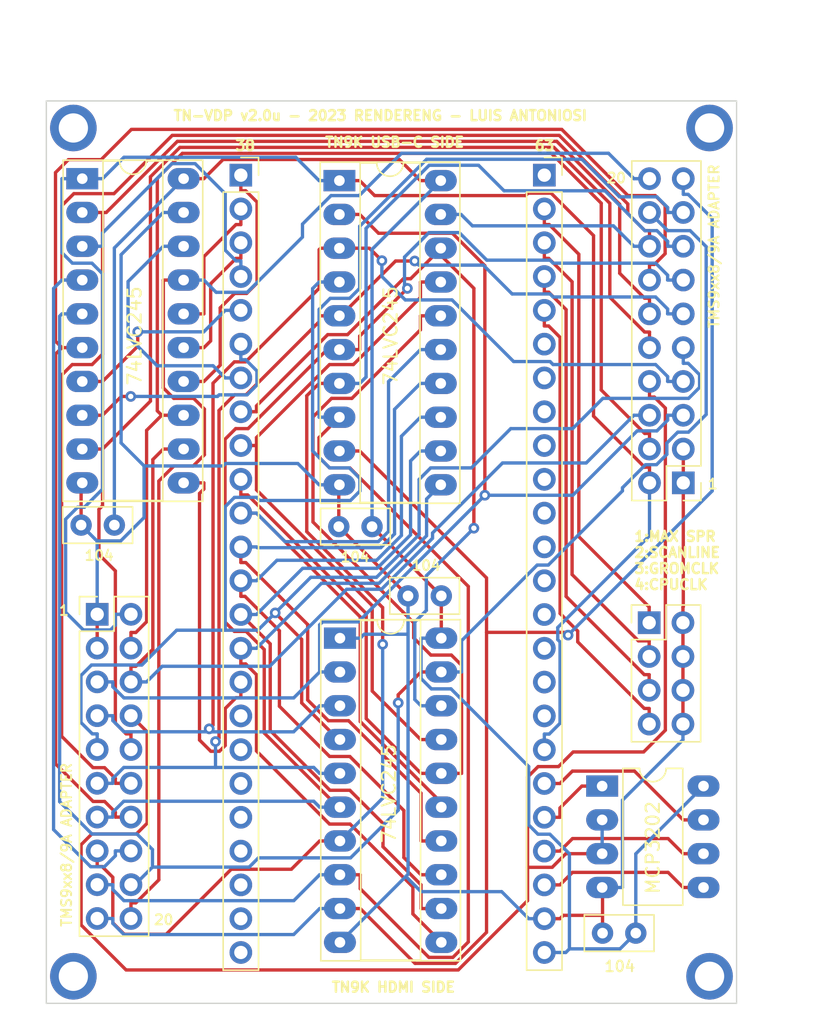
<source format=kicad_pcb>
(kicad_pcb (version 20221018) (generator pcbnew)
  (layers (0 "F.Cu" signal) (31 "B.Cu" signal) (34 "B.Paste" user) (35 "F.Paste" user) (36 "B.SilkS" user "B.Silkscreen") (37 "F.SilkS" user "F.Silkscreen") (38 "B.Mask" user) (39 "F.Mask" user) (44 "Edge.Cuts" user))
  (net 0 "")
  (net 1 "VCC_3V3")
  (net 2 "GND")
  (net 3 "AUDIO")
  (net 4 "USR1_1V8")
  (net 5 "USR2_1V8")
  (net 6 "USR3_1V8")
  (net 7 "USR4_1V8")
  (net 8 "MODE1")
  (net 9 "MODE1_3V3")
  (net 10 "VCC")
  (net 25 "MODE_3V3")
  (net 26 "~{CSW_3V3}")
  (net 27 "~{CSR_3V3}")
  (net 28 "~{INT_3V3}")
  (net 29 "CPUCLK_3V3")
  (net 30 "GROMCLK_3V3")
  (net 31 "~{RESET_3V3}")
  (net 32 "CD0_3V3")
  (net 33 "CD1_3V3")
  (net 34 "CD2_3V3")
  (net 35 "CD3_3V3")
  (net 36 "CD4_3V3")
  (net 37 "CD5_3V3")
  (net 38 "CD6_3V3")
  (net 39 "CD7_3V3")
  (net 41 "ADC_CLK")
  (net 42 "ADC_CS")
  (net 43 "ADC_MISO")
  (net 44 "ADC_MOSI")
  (net 45 "MODE")
  (net 46 "~{CSW}")
  (net 47 "~{CSR}")
  (net 48 "~{INT}")
  (net 49 "CD7")
  (net 50 "CD6")
  (net 51 "CD5")
  (net 52 "CD4")
  (net 53 "CD3")
  (net 54 "CD2")
  (net 55 "CD1")
  (net 56 "CD0")
  (net 57 "~{RESET}")
  (net 58 "GROMCLK")
  (net 59 "CPUCLK")
  (footprint "Package_DIP:DIP-20_W7.62mm_Socket_LongPads" (layer "F.Cu") (at 138.337 50.8)
    (fp_text reference "U3" hide)
    (fp_text value "SN74LVC245")
  )
  (footprint "Connector_PinHeader_2.54mm:PinHeader_2x10_P2.54mm_Vertical" (layer "F.Cu") (at 183.525 73.66 180)
    (fp_text reference "J2" hide)
    (fp_text value "Conn_02x10_Odd_Even")
  )
  (footprint "Connector_PinSocket_2.54mm:PinSocket_1x24_P2.54mm_Vertical" (layer "F.Cu") (at 150.2611 50.535)
    (fp_text reference "J3" hide)
    (fp_text value "Conn_01x24")
  )
  (footprint "Capacitor_THT:C_Disc_D5.0mm_W2.5mm_P2.50mm" (layer "F.Cu") (at 160.124 76.951 180)
    (fp_text reference "C2" hide)
    (fp_text value "104")
  )
  (footprint "MountingHole:MountingHole_2.2mm_M2_ISO7380_Pad" (layer "F.Cu") (at 137.668 46.99)
    (fp_text reference "H1" hide)
    (fp_text value "MountingHole")
  )
  (footprint "Capacitor_THT:C_Disc_D5.0mm_W2.5mm_P2.50mm" (layer "F.Cu") (at 179.955 107.5 180)
    (fp_text reference "C4" hide)
    (fp_text value "104")
  )
  (footprint "Capacitor_THT:C_Disc_D5.0mm_W2.5mm_P2.50mm" (layer "F.Cu") (at 140.75 76.835 180)
    (fp_text reference "C1" hide)
    (fp_text value "104")
  )
  (footprint "Package_DIP:DIP-8_W7.62mm_LongPads" (layer "F.Cu") (at 177.425 96.45)
    (fp_text reference "U4" hide)
    (fp_text value "MCP3202")
  )
  (footprint "Capacitor_THT:C_Disc_D5.0mm_W2.5mm_P2.50mm" (layer "F.Cu") (at 165.331 82.158 180)
    (fp_text reference "C3" hide)
    (fp_text value "104")
  )
  (footprint "MountingHole:MountingHole_2.2mm_M2_ISO7380_Pad" (layer "F.Cu") (at 137.668 110.744)
    (fp_text reference "H3" hide)
    (fp_text value "MountingHole")
  )
  (footprint "Connector_PinHeader_2.54mm:PinHeader_2x04_P2.54mm_Vertical" (layer "F.Cu") (at 180.96 84.17)
    (fp_text reference "J7" hide)
    (fp_text value "Conn_02x04_Counter_Clockwise")
  )
  (footprint "MountingHole:MountingHole_2.2mm_M2_ISO7380_Pad" (layer "F.Cu") (at 185.5 110.744)
    (fp_text reference "H4" hide)
    (fp_text value "MountingHole")
  )
  (footprint "Connector_PinSocket_2.54mm:PinSocket_1x24_P2.54mm_Vertical" (layer "F.Cu") (at 173.078 50.535)
    (fp_text reference "J4" hide)
    (fp_text value "Conn_01x24")
  )
  (footprint "Package_DIP:DIP-20_W7.62mm_Socket_LongPads" (layer "F.Cu") (at 157.6702 50.9464)
    (fp_text reference "U2" hide)
    (fp_text value "SN74LVC245")
  )
  (footprint "MountingHole:MountingHole_2.2mm_M2_ISO7380_Pad" (layer "F.Cu") (at 185.5 46.99)
    (fp_text reference "H2" hide)
    (fp_text value "MountingHole")
  )
  (footprint "Package_DIP:DIP-20_W7.62mm_Socket_LongPads" (layer "F.Cu") (at 157.711 85.333)
    (fp_text reference "U1" hide)
    (fp_text value "SN74LVC245")
  )
  (footprint "Connector_PinHeader_2.54mm:PinHeader_2x10_P2.54mm_Vertical" (layer "F.Cu") (at 139.46 83.54)
    (fp_text reference "J1" hide)
    (fp_text value "Conn_02x10_Odd_Even")
  )
  (gr_line (start 187.532 112.776) (end 135.636 112.776) (stroke (width 0.1)) (layer "Edge.Cuts"))
  (gr_line (start 135.636 44.958) (end 187.532 44.958) (stroke (width 0.1)) (layer "Edge.Cuts"))
  (gr_line (start 187.532 44.958) (end 187.532 112.776) (stroke (width 0.1)) (layer "Edge.Cuts"))
  (gr_line (start 135.636 112.776) (end 135.636 44.958) (stroke (width 0.1)) (layer "Edge.Cuts"))
  (gr_text "1:MAX SPR\n2:SCANLINE\n3:GROMCLK\n4:CPUCLK" (at 179.75 81.75) (layer "F.SilkS") (effects (font (size 0.75 0.75) (thickness 0.1875) bold) (justify left bottom)))
  (gr_text "TN-VDP v2.0u - 2023 RENDERENG - LUIS ANTONIOSI\n" (at 160.75 46.5) (layer "F.SilkS") (effects (font (size 0.75 0.75) (thickness 0.1875) bold) (justify bottom)))
  (gr_text "TN9K USB-C SIDE" (at 156.5 48.5) (layer "F.SilkS") (effects (font (size 0.75 0.75) (thickness 0.1875) bold) (justify left bottom)))
  (gr_text "TN9K HDMI SIDE" (at 157 112) (layer "F.SilkS") (effects (font (size 0.75 0.75) (thickness 0.1875) bold) (justify left bottom)))
  (gr_text "38" (at 149.75 48.75) (layer "F.SilkS") (effects (font (size 0.75 0.75) (thickness 0.1875) bold) (justify left bottom)))
  (gr_text "63" (at 172.25 48.75) (layer "F.SilkS") (effects (font (size 0.75 0.75) (thickness 0.1875) bold) (justify left bottom)))
  (segment (start 163.7651 50.9464) (end 162.1786 49.3599) (width 0.25) (layer "F.Cu") (net 1))
  (segment (start 160.124 76.951) (end 165.331 82.158) (width 0.25) (layer "F.Cu") (net 1))
  (segment (start 148.9222 49.3599) (end 147.4821 50.8) (width 0.25) (layer "F.Cu") (net 1))
  (segment (start 165.2902 50.9464) (end 163.7651 50.9464) (width 0.25) (layer "F.Cu") (net 1))
  (segment (start 162.1786 49.3599) (end 148.9222 49.3599) (width 0.25) (layer "F.Cu") (net 1))
  (segment (start 145.957 50.8) (end 147.4821 50.8) (width 0.25) (layer "F.Cu") (net 1))
  (segment locked (start 165.331 82.158) (end 165.331 85.333) (width 0.25) (layer "F.Cu") (net 1))
  (segment (start 174.964 108.6822) (end 178.7728 108.6822) (width 0.25) (layer "B.Cu") (net 1))
  (segment (start 163.8059 88.3618) (end 163.8059 85.333) (width 0.25) (layer "B.Cu") (net 1))
  (segment (start 165.331 85.333) (end 163.8059 85.333) (width 0.25) (layer "B.Cu") (net 1))
  (segment (start 174.6912 108.955) (end 174.964 108.6822) (width 0.25) (layer "B.Cu") (net 1))
  (segment (start 173.078 108.955) (end 174.2531 108.955) (width 0.25) (layer "B.Cu") (net 1))
  (segment (start 173.4945 100.065) (end 172.5991 100.065) (width 0.25) (layer "B.Cu") (net 1))
  (segment (start 174.964 108.6822) (end 174.964 101.5345) (width 0.25) (layer "B.Cu") (net 1))
  (segment (start 172.5991 100.065) (end 171.9028 99.3687) (width 0.25) (layer "B.Cu") (net 1))
  (segment (start 164.5871 89.143) (end 163.8059 88.3618) (width 0.25) (layer "B.Cu") (net 1))
  (segment (start 171.9028 99.3687) (end 171.9028 94.9861) (width 0.25) (layer "B.Cu") (net 1))
  (segment (start 178.7728 108.6822) (end 179.955 107.5) (width 0.25) (layer "B.Cu") (net 1))
  (segment (start 174.2531 108.955) (end 174.6912 108.955) (width 0.25) (layer "B.Cu") (net 1))
  (segment locked (start 140.75 56.007) (end 145.957 50.8) (width 0.25) (layer "B.Cu") (net 1))
  (segment (start 171.9028 94.9861) (end 166.0597 89.143) (width 0.25) (layer "B.Cu") (net 1))
  (segment locked (start 140.75 76.835) (end 140.75 56.007) (width 0.25) (layer "B.Cu") (net 1))
  (segment locked (start 160.124 76.951) (end 160.124 56.1126) (width 0.25) (layer "B.Cu") (net 1))
  (segment locked (start 179.955 107.5) (end 179.955 101.54) (width 0.25) (layer "B.Cu") (net 1))
  (segment (start 166.0597 89.143) (end 164.5871 89.143) (width 0.25) (layer "B.Cu") (net 1))
  (segment (start 174.964 101.5345) (end 173.4945 100.065) (width 0.25) (layer "B.Cu") (net 1))
  (segment (start 165.2902 50.9464) (end 165.29 50.9464) (width 0.25) (layer "B.Cu") (net 1))
  (segment locked (start 179.955 101.54) (end 185.045 96.45) (width 0.25) (layer "B.Cu") (net 1))
  (segment locked (start 160.124 56.1126) (end 165.2902 50.9464) (width 0.25) (layer "B.Cu") (net 1))
  (segment (start 177.455 106.1625) (end 174.5056 106.1625) (width 0.25) (layer "F.Cu") (net 2))
  (segment locked (start 157.624 76.951) (end 157.624 73.8526) (width 0.25) (layer "F.Cu") (net 2))
  (segment (start 183.5 84.17) (end 183.5 82.9949) (width 0.25) (layer "F.Cu") (net 2))
  (segment (start 183.5 82.9949) (end 183.525 82.9699) (width 0.25) (layer "F.Cu") (net 2))
  (segment locked (start 177.455 107.5) (end 177.455 104.1) (width 0.25) (layer "F.Cu") (net 2))
  (segment (start 174.5056 106.1625) (end 174.2531 106.415) (width 0.25) (layer "F.Cu") (net 2))
  (segment (start 183.525 82.9699) (end 183.525 73.66) (width 0.25) (layer "F.Cu") (net 2))
  (segment locked (start 138.25 76.835) (end 138.25 73.747) (width 0.25) (layer "F.Cu") (net 2))
  (segment locked (start 177.455 104.1) (end 177.425 104.07) (width 0.25) (layer "F.Cu") (net 2))
  (segment (start 183.525 73.66) (end 183.525 71.12) (width 0.25) (layer "F.Cu") (net 2))
  (segment (start 139.46 86.08) (end 139.46 83.54) (width 0.25) (layer "F.Cu") (net 2))
  (segment (start 183.5 84.17) (end 183.5 86.71) (width 0.25) (layer "F.Cu") (net 2))
  (segment (start 183.5 89.25) (end 183.5 91.79) (width 0.25) (layer "F.Cu") (net 2))
  (segment (start 157.6702 73.8064) (end 157.67 73.8064) (width 0.25) (layer "F.Cu") (net 2))
  (segment (start 173.078 106.415) (end 174.2531 106.415) (width 0.25) (layer "F.Cu") (net 2))
  (segment (start 183.5 86.71) (end 183.5 89.25) (width 0.25) (layer "F.Cu") (net 2))
  (segment locked (start 138.25 73.747) (end 138.337 73.66) (width 0.25) (layer "F.Cu") (net 2))
  (segment locked (start 157.624 73.8526) (end 157.6702 73.8064) (width 0.25) (layer "F.Cu") (net 2))
  (segment (start 162.831 82.158) (end 157.624 76.951) (width 0.25) (layer "F.Cu") (net 2))
  (segment (start 139.4389 78.0239) (end 138.25 76.835) (width 0.25) (layer "B.Cu") (net 2))
  (segment (start 144.4319 53.34) (end 141.2566 56.5153) (width 0.25) (layer "B.Cu") (net 2))
  (segment (start 148.925 72.39) (end 142.9863 72.39) (width 0.25) (layer "B.Cu") (net 2))
  (segment (start 156.1451 73.8064) (end 154.5421 72.2034) (width 0.25) (layer "B.Cu") (net 2))
  (segment (start 177.425 104.07) (end 178.9501 104.07) (width 0.25) (layer "B.Cu") (net 2))
  (segment (start 142.9863 72.39) (end 142.9863 76.2671) (width 0.25) (layer "B.Cu") (net 2))
  (segment (start 139.46 78.0239) (end 139.4389 78.0239) (width 0.25) (layer "B.Cu") (net 2))
  (segment (start 178.9501 104.07) (end 178.9501 97.515) (width 0.25) (layer "B.Cu") (net 2))
  (segment (start 171.9029 106.415) (end 169.8709 104.383) (width 0.25) (layer "B.Cu") (net 2))
  (segment (start 154.5421 72.2034) (end 149.1116 72.2034) (width 0.25) (layer "B.Cu") (net 2))
  (segment (start 173.078 106.415) (end 171.9029 106.415) (width 0.25) (layer "B.Cu") (net 2))
  (segment (start 163.8058 104.383) (end 162.6634 103.2406) (width 0.25) (layer "B.Cu") (net 2))
  (segment (start 141.2295 78.0239) (end 139.46 78.0239) (width 0.25) (layer "B.Cu") (net 2))
  (segment (start 145.957 53.34) (end 144.4319 53.34) (width 0.25) (layer "B.Cu") (net 2))
  (segment (start 142.9863 76.2671) (end 141.2295 78.0239) (width 0.25) (layer "B.Cu") (net 2))
  (segment (start 159.5329 85.0362) (end 159.2361 85.333) (width 0.25) (layer "B.Cu") (net 2))
  (segment (start 162.831 85.0362) (end 159.5329 85.0362) (width 0.25) (layer "B.Cu") (net 2))
  (segment (start 178.9501 97.515) (end 183.5 92.9651) (width 0.25) (layer "B.Cu") (net 2))
  (segment (start 149.1116 72.2034) (end 148.925 72.39) (width 0.25) (layer "B.Cu") (net 2))
  (segment (start 157.6702 73.8064) (end 156.1451 73.8064) (width 0.25) (layer "B.Cu") (net 2))
  (segment (start 139.46 78.0239) (end 139.46 83.54) (width 0.25) (layer "B.Cu") (net 2))
  (segment (start 141.2566 56.5153) (end 141.2566 70.6603) (width 0.25) (layer "B.Cu") (net 2))
  (segment (start 157.711 85.333) (end 159.2361 85.333) (width 0.25) (layer "B.Cu") (net 2))
  (segment locked (start 162.831 103.073) (end 157.711 108.193) (width 0.25) (layer "B.Cu") (net 2))
  (segment (start 169.8709 104.383) (end 163.8058 104.383) (width 0.25) (layer "B.Cu") (net 2))
  (segment (start 141.2566 70.6603) (end 142.9863 72.39) (width 0.25) (layer "B.Cu") (net 2))
  (segment locked (start 162.831 82.158) (end 162.831 103.073) (width 0.25) (layer "B.Cu") (net 2))
  (segment (start 183.5 91.79) (end 183.5 92.9651) (width 0.25) (layer "B.Cu") (net 2))
  (segment (start 143.2168 99.2385) (end 142.4053 100.05) (width 0.25) (layer "F.Cu") (net 3))
  (segment (start 182.1756 68.0405) (end 181.3502 67.2151) (width 0.25) (layer "F.Cu") (net 3))
  (segment (start 138.2504 100.857) (end 138.2504 106.8869) (width 0.25) (layer "F.Cu") (net 3))
  (segment (start 182.1756 92.2526) (end 182.1756 68.0405) (width 0.25) (layer "F.Cu") (net 3))
  (segment (start 142.4053 100.05) (end 139.0574 100.05) (width 0.25) (layer "F.Cu") (net 3))
  (segment (start 174.1428 94.985) (end 175.2431 93.8847) (width 0.25) (layer "F.Cu") (net 3))
  (segment (start 171.8187 102.5536) (end 173.6712 102.5536) (width 0.25) (layer "F.Cu") (net 3))
  (segment (start 171.8187 105.056) (end 171.8187 102.5536) (width 0.25) (layer "F.Cu") (net 3))
  (segment (start 166.6063 110.2684) (end 171.8187 105.056) (width 0.25) (layer "F.Cu") (net 3))
  (segment (start 171.8187 95.7742) (end 172.6079 94.985) (width 0.25) (layer "F.Cu") (net 3))
  (segment (start 180.5435 93.8847) (end 182.1756 92.2526) (width 0.25) (layer "F.Cu") (net 3))
  (segment (start 174.6948 101.53) (end 177.425 101.53) (width 0.25) (layer "F.Cu") (net 3))
  (segment (start 180.985 66.04) (end 180.985 67.2151) (width 0.25) (layer "F.Cu") (net 3))
  (segment (start 139.0574 100.05) (end 138.2504 100.857) (width 0.25) (layer "F.Cu") (net 3))
  (segment (start 171.8187 102.5536) (end 171.8187 95.7742) (width 0.25) (layer "F.Cu") (net 3))
  (segment (start 173.6712 102.5536) (end 174.6948 101.53) (width 0.25) (layer "F.Cu") (net 3))
  (segment (start 172.6079 94.985) (end 174.1428 94.985) (width 0.25) (layer "F.Cu") (net 3))
  (segment (start 138.2504 106.8869) (end 141.6319 110.2684) (width 0.25) (layer "F.Cu") (net 3))
  (segment (start 142 91.16) (end 143.2168 92.3768) (width 0.25) (layer "F.Cu") (net 3))
  (segment (start 175.2431 93.8847) (end 180.5435 93.8847) (width 0.25) (layer "F.Cu") (net 3))
  (segment (start 143.2168 92.3768) (end 143.2168 99.2385) (width 0.25) (layer "F.Cu") (net 3))
  (segment (start 141.6319 110.2684) (end 166.6063 110.2684) (width 0.25) (layer "F.Cu") (net 3))
  (segment (start 181.3502 67.2151) (end 180.985 67.2151) (width 0.25) (layer "F.Cu") (net 3))
  (segment (start 177.425 101.53) (end 177.425 98.99) (width 0.25) (layer "B.Cu") (net 3))
  (segment (start 173.078 53.075) (end 173.078 54.2501) (width 0.25) (layer "F.Cu") (net 4))
  (segment (start 180.96 82.9949) (end 175.6723 77.7072) (width 0.25) (layer "F.Cu") (net 4))
  (segment (start 180.96 84.17) (end 180.96 82.9949) (width 0.25) (layer "F.Cu") (net 4))
  (segment (start 175.6723 77.7072) (end 175.6723 56.4792) (width 0.25) (layer "F.Cu") (net 4))
  (segment (start 175.6723 56.4792) (end 173.4432 54.2501) (width 0.25) (layer "F.Cu") (net 4))
  (segment (start 173.4432 54.2501) (end 173.078 54.2501) (width 0.25) (layer "F.Cu") (net 4))
  (segment (start 175.1647 58.55) (end 175.1647 80.5475) (width 0.25) (layer "F.Cu") (net 5))
  (segment (start 180.96 86.71) (end 180.96 85.5349) (width 0.25) (layer "F.Cu") (net 5))
  (segment (start 173.4048 56.7901) (end 175.1647 58.55) (width 0.25) (layer "F.Cu") (net 5))
  (segment (start 180.1521 85.5349) (end 180.96 85.5349) (width 0.25) (layer "F.Cu") (net 5))
  (segment (start 175.1647 80.5475) (end 180.1521 85.5349) (width 0.25) (layer "F.Cu") (net 5))
  (segment (start 173.078 55.615) (end 173.078 56.7901) (width 0.25) (layer "F.Cu") (net 5))
  (segment (start 173.078 56.7901) (end 173.4048 56.7901) (width 0.25) (layer "F.Cu") (net 5))
  (segment (start 173.078 58.155) (end 173.078 59.3301) (width 0.25) (layer "F.Cu") (net 6))
  (segment (start 173.078 59.3301) (end 173.405 59.3301) (width 0.25) (layer "F.Cu") (net 6))
  (segment (start 180.96 89.25) (end 180.96 88.0749) (width 0.25) (layer "F.Cu") (net 6))
  (segment (start 174.7146 82.1967) (end 180.5928 88.0749) (width 0.25) (layer "F.Cu") (net 6))
  (segment (start 174.7146 60.6397) (end 174.7146 82.1967) (width 0.25) (layer "F.Cu") (net 6))
  (segment (start 180.5928 88.0749) (end 180.96 88.0749) (width 0.25) (layer "F.Cu") (net 6))
  (segment (start 173.405 59.3301) (end 174.7146 60.6397) (width 0.25) (layer "F.Cu") (net 6))
  (segment (start 174.2645 62.7294) (end 173.4052 61.8701) (width 0.25) (layer "F.Cu") (net 7))
  (segment (start 180.96 90.6149) (end 180.5928 90.6149) (width 0.25) (layer "F.Cu") (net 7))
  (segment (start 180.5928 90.6149) (end 175.588 85.6101) (width 0.25) (layer "F.Cu") (net 7))
  (segment (start 175.588 84.803) (end 174.2645 83.4795) (width 0.25) (layer "F.Cu") (net 7))
  (segment (start 173.4052 61.8701) (end 173.078 61.8701) (width 0.25) (layer "F.Cu") (net 7))
  (segment (start 174.2645 83.4795) (end 174.2645 62.7294) (width 0.25) (layer "F.Cu") (net 7))
  (segment (start 180.96 91.79) (end 180.96 90.6149) (width 0.25) (layer "F.Cu") (net 7))
  (segment (start 173.078 60.695) (end 173.078 61.8701) (width 0.25) (layer "F.Cu") (net 7))
  (segment (start 175.588 85.6101) (end 175.588 84.803) (width 0.25) (layer "F.Cu") (net 7))
  (segment (start 143.4636 67.5185) (end 143.4636 50.6592) (width 0.25) (layer "F.Cu") (net 8))
  (segment (start 139.5907 79.0428) (end 139.5907 75.6483) (width 0.25) (layer "F.Cu") (net 8))
  (segment (start 139.5907 75.6483) (end 139.8621 75.3769) (width 0.25) (layer "F.Cu") (net 8))
  (segment (start 140.8249 91.7171) (end 140.8249 80.277) (width 0.25) (layer "F.Cu") (net 8))
  (segment (start 139.8621 71.12) (end 143.4636 67.5185) (width 0.25) (layer "F.Cu") (net 8))
  (segment (start 142 93.7) (end 142 92.5249) (width 0.25) (layer "F.Cu") (net 8))
  (segment (start 180.6178 62.3249) (end 180.985 62.3249) (width 0.25) (layer "F.Cu") (net 8))
  (segment (start 139.8621 75.3769) (end 139.8621 71.12) (width 0.25) (layer "F.Cu") (net 8))
  (segment (start 138.337 71.12) (end 139.8621 71.12) (width 0.25) (layer "F.Cu") (net 8))
  (segment (start 180.985 63.5) (end 180.985 62.3249) (width 0.25) (layer "F.Cu") (net 8))
  (segment (start 178.0027 52.655) (end 178.0027 59.7098) (width 0.25) (layer "F.Cu") (net 8))
  (segment (start 143.4636 50.6592) (end 145.6754 48.4474) (width 0.25) (layer "F.Cu") (net 8))
  (segment (start 178.0027 59.7098) (end 180.6178 62.3249) (width 0.25) (layer "F.Cu") (net 8))
  (segment (start 145.6754 48.4474) (end 173.7951 48.4474) (width 0.25) (layer "F.Cu") (net 8))
  (segment (start 173.7951 48.4474) (end 178.0027 52.655) (width 0.25) (layer "F.Cu") (net 8))
  (segment (start 140.8249 80.277) (end 139.5907 79.0428) (width 0.25) (layer "F.Cu") (net 8))
  (segment (start 141.6327 92.5249) (end 140.8249 91.7171) (width 0.25) (layer "F.Cu") (net 8))
  (segment (start 142 92.5249) (end 141.6327 92.5249) (width 0.25) (layer "F.Cu") (net 8))
  (segment (start 148.652 93.8332) (end 149.086 93.3992) (width 0.25) (layer "F.Cu") (net 9))
  (segment (start 145.957 73.66) (end 147.4821 73.66) (width 0.25) (layer "F.Cu") (net 9))
  (segment (start 149.8939 89.8101) (end 150.2611 89.8101) (width 0.25) (layer "F.Cu") (net 9))
  (segment (start 147.4821 74.1261) (end 147.1526 74.4556) (width 0.25) (layer "F.Cu") (net 9))
  (segment (start 147.1526 74.4556) (end 147.1526 92.9848) (width 0.25) (layer "F.Cu") (net 9))
  (segment (start 147.4821 73.66) (end 147.4821 74.1261) (width 0.25) (layer "F.Cu") (net 9))
  (segment (start 150.2611 88.635) (end 150.2611 89.8101) (width 0.25) (layer "F.Cu") (net 9))
  (segment (start 147.1526 92.9848) (end 148.001 93.8332) (width 0.25) (layer "F.Cu") (net 9))
  (segment (start 149.086 90.618) (end 149.8939 89.8101) (width 0.25) (layer "F.Cu") (net 9))
  (segment (start 149.086 93.3992) (end 149.086 90.618) (width 0.25) (layer "F.Cu") (net 9))
  (segment (start 148.001 93.8332) (end 148.652 93.8332) (width 0.25) (layer "F.Cu") (net 9))
  (segment (start 160.3204 52.0715) (end 171.6693 52.0715) (width 0.25) (layer "F.Cu") (net 10))
  (segment (start 171.8516 51.8892) (end 173.5906 51.8892) (width 0.25) (layer "F.Cu") (net 10))
  (segment (start 180.985 73.66) (end 180.985 72.4849) (width 0.25) (layer "F.Cu") (net 10))
  (segment (start 171.6693 52.0715) (end 171.8516 51.8892) (width 0.25) (layer "F.Cu") (net 10))
  (segment (start 159.1953 50.9464) (end 160.3204 52.0715) (width 0.25) (layer "F.Cu") (net 10))
  (segment (start 176.7775 55.0761) (end 176.7775 68.6447) (width 0.25) (layer "F.Cu") (net 10))
  (segment (start 157.6702 50.9464) (end 159.1953 50.9464) (width 0.25) (layer "F.Cu") (net 10))
  (segment (start 173.5906 51.8892) (end 176.7775 55.0761) (width 0.25) (layer "F.Cu") (net 10))
  (segment (start 180.6177 72.4849) (end 180.985 72.4849) (width 0.25) (layer "F.Cu") (net 10))
  (segment (start 176.7775 68.6447) (end 180.6177 72.4849) (width 0.25) (layer "F.Cu") (net 10))
  (segment (start 173.4452 92.5399) (end 174.2605 91.7246) (width 0.25) (layer "B.Cu") (net 10))
  (segment (start 140.8249 84.3479) (end 140.4576 84.7152) (width 0.25) (layer "B.Cu") (net 10))
  (segment (start 136.8119 56.368) (end 136.8119 50.8) (width 0.25) (layer "B.Cu") (net 10))
  (segment (start 138.5013 75.491) (end 139.8622 74.1301) (width 0.25) (layer "B.Cu") (net 10))
  (segment (start 174.2605 91.7246) (end 174.2605 85.6155) (width 0.25) (layer "B.Cu") (net 10))
  (segment (start 154.3907 49.192) (end 156.1451 50.9464) (width 0.25) (layer "B.Cu") (net 10))
  (segment (start 140.4576 84.7152) (end 138.4162 84.7152) (width 0.25) (layer "B.Cu") (net 10))
  (segment (start 137.0877 76.3924) (end 137.9891 75.491) (width 0.25) (layer "B.Cu") (net 10))
  (segment (start 174.087 84.5308) (end 180.985 77.6328) (width 0.25) (layer "B.Cu") (net 10))
  (segment (start 140.8249 83.54) (end 140.8249 84.3479) (width 0.25) (layer "B.Cu") (net 10))
  (segment (start 141.4701 49.192) (end 154.3907 49.192) (width 0.25) (layer "B.Cu") (net 10))
  (segment (start 139.8621 50.8) (end 141.4701 49.192) (width 0.25) (layer "B.Cu") (net 10))
  (segment (start 139.0657 57.15) (end 137.5939 57.15) (width 0.25) (layer "B.Cu") (net 10))
  (segment (start 137.9034 50.8) (end 138.337 50.8) (width 0.25) (layer "B.Cu") (net 10))
  (segment (start 157.6702 50.9464) (end 156.1451 50.9464) (width 0.25) (layer "B.Cu") (net 10))
  (segment (start 138.337 50.8) (end 139.8621 50.8) (width 0.25) (layer "B.Cu") (net 10))
  (segment (start 137.9891 75.491) (end 138.5013 75.491) (width 0.25) (layer "B.Cu") (net 10))
  (segment (start 137.9034 50.8) (end 136.8119 50.8) (width 0.25) (layer "B.Cu") (net 10))
  (segment (start 139.8622 57.9465) (end 139.0657 57.15) (width 0.25) (layer "B.Cu") (net 10))
  (segment (start 173.078 93.715) (end 173.078 92.5399) (width 0.25) (layer "B.Cu") (net 10))
  (segment (start 174.087 85.442) (end 174.087 84.5308) (width 0.25) (layer "B.Cu") (net 10))
  (segment (start 138.4162 84.7152) (end 137.0877 83.3867) (width 0.25) (layer "B.Cu") (net 10))
  (segment (start 174.2605 85.6155) (end 174.087 85.442) (width 0.25) (layer "B.Cu") (net 10))
  (segment (start 137.5939 57.15) (end 136.8119 56.368) (width 0.25) (layer "B.Cu") (net 10))
  (segment (start 180.985 77.6328) (end 180.985 73.66) (width 0.25) (layer "B.Cu") (net 10))
  (segment (start 137.0877 83.3867) (end 137.0877 76.3924) (width 0.25) (layer "B.Cu") (net 10))
  (segment (start 142 83.54) (end 140.8249 83.54) (width 0.25) (layer "B.Cu") (net 10))
  (segment (start 139.8622 74.1301) (end 139.8622 57.9465) (width 0.25) (layer "B.Cu") (net 10))
  (segment (start 173.078 92.5399) (end 173.4452 92.5399) (width 0.25) (layer "B.Cu") (net 10))
  (segment (start 150.2611 51.7101) (end 150.6283 51.7101) (width 0.25) (layer "F.Cu") (net 25))
  (segment (start 151.4787 58.6439) (end 150.6976 59.425) (width 0.25) (layer "F.Cu") (net 25))
  (segment (start 145.957 66.04) (end 147.4821 66.04) (width 0.25) (layer "F.Cu") (net 25))
  (segment (start 150.6976 59.425) (end 149.791 59.425) (width 0.25) (layer "F.Cu") (net 25))
  (segment (start 148.7077 64.8144) (end 147.4821 66.04) (width 0.25) (layer "F.Cu") (net 25))
  (segment (start 151.4787 52.5605) (end 151.4787 58.6439) (width 0.25) (layer "F.Cu") (net 25))
  (segment (start 149.791 59.425) (end 148.7077 60.5083) (width 0.25) (layer "F.Cu") (net 25))
  (segment (start 150.6283 51.7101) (end 151.4787 52.5605) (width 0.25) (layer "F.Cu") (net 25))
  (segment (start 148.7077 60.5083) (end 148.7077 64.8144) (width 0.25) (layer "F.Cu") (net 25))
  (segment (start 150.2611 50.535) (end 150.2611 51.7101) (width 0.25) (layer "F.Cu") (net 25))
  (segment (start 149.8939 54.2501) (end 147.4821 56.6619) (width 0.25) (layer "F.Cu") (net 26))
  (segment (start 150.2611 54.2501) (end 149.8939 54.2501) (width 0.25) (layer "F.Cu") (net 26))
  (segment (start 150.2611 53.075) (end 150.2611 54.2501) (width 0.25) (layer "F.Cu") (net 26))
  (segment (start 145.957 60.96) (end 147.4821 60.96) (width 0.25) (layer "F.Cu") (net 26))
  (segment (start 147.4821 56.6619) (end 147.4821 60.96) (width 0.25) (layer "F.Cu") (net 26))
  (segment (start 147.4821 63.5) (end 147.9919 62.9902) (width 0.25) (layer "F.Cu") (net 27))
  (segment (start 145.957 63.5) (end 147.4821 63.5) (width 0.25) (layer "F.Cu") (net 27))
  (segment (start 147.9919 62.9902) (end 147.9919 58.694) (width 0.25) (layer "F.Cu") (net 27))
  (segment (start 149.8958 56.7901) (end 150.2611 56.7901) (width 0.25) (layer "F.Cu") (net 27))
  (segment (start 150.2611 55.615) (end 150.2611 56.7901) (width 0.25) (layer "F.Cu") (net 27))
  (segment (start 147.9919 58.694) (end 149.8958 56.7901) (width 0.25) (layer "F.Cu") (net 27))
  (segment (start 138.337 55.88) (end 139.8621 55.88) (width 0.25) (layer "B.Cu") (net 28))
  (segment (start 149.086 51.9346) (end 146.8211 49.6697) (width 0.25) (layer "B.Cu") (net 28))
  (segment (start 150.2611 58.155) (end 150.2611 56.9799) (width 0.25) (layer "B.Cu") (net 28))
  (segment (start 149.8938 56.9799) (end 149.086 56.1721) (width 0.25) (layer "B.Cu") (net 28))
  (segment (start 145.0767 49.6697) (end 139.8621 54.8843) (width 0.25) (layer "B.Cu") (net 28))
  (segment (start 146.8211 49.6697) (end 145.0767 49.6697) (width 0.25) (layer "B.Cu") (net 28))
  (segment (start 150.2611 56.9799) (end 149.8938 56.9799) (width 0.25) (layer "B.Cu") (net 28))
  (segment (start 139.8621 54.8843) (end 139.8621 55.88) (width 0.25) (layer "B.Cu") (net 28))
  (segment (start 149.086 56.1721) (end 149.086 51.9346) (width 0.25) (layer "B.Cu") (net 28))
  (segment (start 142.5079 63.3942) (end 142.5079 62.3089) (width 0.25) (layer "F.Cu") (net 29))
  (segment (start 138.337 66.04) (end 139.8621 66.04) (width 0.25) (layer "F.Cu") (net 29))
  (segment (start 139.8621 66.04) (end 142.5079 63.3942) (width 0.25) (layer "F.Cu") (net 29))
  (via (at 142.5079 62.3089) (size 0.8) (drill 0.4) (layers "F.Cu" "B.Cu") (net 29))
  (segment (start 150.2611 60.695) (end 149.086 60.695) (width 0.25) (layer "B.Cu") (net 29))
  (segment (start 147.4721 62.3089) (end 142.5079 62.3089) (width 0.25) (layer "B.Cu") (net 29))
  (segment (start 149.086 60.695) (end 147.4721 62.3089) (width 0.25) (layer "B.Cu") (net 29))
  (segment (start 139.8621 68.58) (end 141.2769 67.1652) (width 0.25) (layer "F.Cu") (net 30))
  (segment (start 138.337 68.58) (end 139.8621 68.58) (width 0.25) (layer "F.Cu") (net 30))
  (segment (start 141.2769 67.1652) (end 141.9817 67.1652) (width 0.25) (layer "F.Cu") (net 30))
  (via (at 141.9817 67.1652) (size 0.8) (drill 0.4) (layers "F.Cu" "B.Cu") (net 30))
  (segment (start 148.5112 67.1652) (end 141.9817 67.1652) (width 0.25) (layer "B.Cu") (net 30))
  (segment (start 148.6302 67.0462) (end 148.5112 67.1652) (width 0.25) (layer "B.Cu") (net 30))
  (segment (start 150.7314 67.0462) (end 148.6302 67.0462) (width 0.25) (layer "B.Cu") (net 30))
  (segment (start 150.6283 64.4101) (end 151.4688 65.2506) (width 0.25) (layer "B.Cu") (net 30))
  (segment (start 150.2611 63.235) (end 150.2611 64.4101) (width 0.25) (layer "B.Cu") (net 30))
  (segment (start 150.2611 64.4101) (end 150.6283 64.4101) (width 0.25) (layer "B.Cu") (net 30))
  (segment (start 151.4688 66.3088) (end 150.7314 67.0462) (width 0.25) (layer "B.Cu") (net 30))
  (segment (start 151.4688 65.2506) (end 151.4688 66.3088) (width 0.25) (layer "B.Cu") (net 30))
  (segment (start 148.1713 64.8603) (end 143.9666 64.8603) (width 0.25) (layer "B.Cu") (net 31))
  (segment (start 149.086 65.775) (end 148.1713 64.8603) (width 0.25) (layer "B.Cu") (net 31))
  (segment (start 145.957 55.88) (end 144.4319 55.88) (width 0.25) (layer "B.Cu") (net 31))
  (segment (start 143.9666 64.8603) (end 141.782 62.6757) (width 0.25) (layer "B.Cu") (net 31))
  (segment (start 150.2611 65.775) (end 149.086 65.775) (width 0.25) (layer "B.Cu") (net 31))
  (segment (start 141.782 58.5299) (end 144.4319 55.88) (width 0.25) (layer "B.Cu") (net 31))
  (segment (start 141.782 62.6757) (end 141.782 58.5299) (width 0.25) (layer "B.Cu") (net 31))
  (segment (start 165.2902 56.0547) (end 165.0424 56.3025) (width 0.25) (layer "F.Cu") (net 32))
  (segment (start 165.0424 56.3025) (end 163.0244 58.3205) (width 0.25) (layer "F.Cu") (net 32))
  (segment (start 158.2794 62.5212) (end 156.7893 62.5212) (width 0.25) (layer "F.Cu") (net 32))
  (segment (start 162.4801 58.3205) (end 158.2794 62.5212) (width 0.25) (layer "F.Cu") (net 32))
  (segment (start 165.2902 56.0264) (end 165.2902 56.0547) (width 0.25) (layer "F.Cu") (net 32))
  (segment (start 156.7893 62.5212) (end 151.4362 67.8743) (width 0.25) (layer "F.Cu") (net 32))
  (segment (start 167.7803 59.0404) (end 167.7803 77.0678) (width 0.25) (layer "F.Cu") (net 32))
  (segment (start 150.2611 68.315) (end 151.4362 68.315) (width 0.25) (layer "F.Cu") (net 32))
  (segment (start 165.0424 56.3025) (end 167.7803 59.0404) (width 0.25) (layer "F.Cu") (net 32))
  (segment (start 151.4362 67.8743) (end 151.4362 68.315) (width 0.25) (layer "F.Cu") (net 32))
  (segment (start 163.0244 58.3205) (end 162.4801 58.3205) (width 0.25) (layer "F.Cu") (net 32))
  (via (at 167.7803 77.0678) (size 0.8) (drill 0.4) (layers "F.Cu" "B.Cu") (net 32))
  (segment (start 163.8059 90.413) (end 163.339 89.9461) (width 0.25) (layer "B.Cu") (net 32))
  (segment (start 164.2058 83.2516) (end 164.2058 80.6423) (width 0.25) (layer "B.Cu") (net 32))
  (segment (start 163.339 84.1184) (end 164.2058 83.2516) (width 0.25) (layer "B.Cu") (net 32))
  (segment (start 165.331 90.413) (end 163.8059 90.413) (width 0.25) (layer "B.Cu") (net 32))
  (segment (start 164.2058 80.6423) (end 167.7803 77.0678) (width 0.25) (layer "B.Cu") (net 32))
  (segment (start 163.339 89.9461) (end 163.339 84.1184) (width 0.25) (layer "B.Cu") (net 32))
  (segment (start 163.7829 92.953) (end 165.331 92.953) (width 0.25) (layer "F.Cu") (net 33))
  (segment (start 156.9229 64.7716) (end 151.4362 70.2583) (width 0.25) (layer "F.Cu") (net 33))
  (segment (start 163.7651 59.7281) (end 158.7216 64.7716) (width 0.25) (layer "F.Cu") (net 33))
  (segment (start 151.4362 70.2583) (end 151.4362 70.855) (width 0.25) (layer "F.Cu") (net 33))
  (segment (start 158.7216 64.7716) (end 156.9229 64.7716) (width 0.25) (layer "F.Cu") (net 33))
  (segment (start 150.2611 70.855) (end 151.4362 70.855) (width 0.25) (layer "F.Cu") (net 33))
  (segment (start 160.1366 82.8858) (end 160.1366 89.3067) (width 0.25) (layer "F.Cu") (net 33))
  (segment (start 151.4362 70.855) (end 151.4362 74.1854) (width 0.25) (layer "F.Cu") (net 33))
  (segment (start 165.2902 58.5664) (end 163.7651 58.5664) (width 0.25) (layer "F.Cu") (net 33))
  (segment (start 151.4362 74.1854) (end 160.1366 82.8858) (width 0.25) (layer "F.Cu") (net 33))
  (segment (start 163.7651 58.5664) (end 163.7651 59.7281) (width 0.25) (layer "F.Cu") (net 33))
  (segment (start 160.1366 89.3067) (end 163.7829 92.953) (width 0.25) (layer "F.Cu") (net 33))
  (segment (start 155.6844 68.7079) (end 157.0808 67.3115) (width 0.25) (layer "F.Cu") (net 34))
  (segment (start 159.6864 91.3735) (end 163.8059 95.493) (width 0.25) (layer "F.Cu") (net 34))
  (segment (start 157.0808 67.3115) (end 158.6085 67.3115) (width 0.25) (layer "F.Cu") (net 34))
  (segment (start 166.8561 95.493) (end 166.8561 87.3696) (width 0.25) (layer "F.Cu") (net 34))
  (segment (start 163.7651 62.1549) (end 163.7651 61.1064) (width 0.25) (layer "F.Cu") (net 34))
  (segment (start 166.8561 87.3696) (end 166.0895 86.603) (width 0.25) (layer "F.Cu") (net 34))
  (segment (start 165.331 95.493) (end 163.8059 95.493) (width 0.25) (layer "F.Cu") (net 34))
  (segment (start 150.2611 73.395) (end 150.2611 74.5701) (width 0.25) (layer "F.Cu") (net 34))
  (segment (start 150.2611 74.5701) (end 150.7752 74.5701) (width 0.25) (layer "F.Cu") (net 34))
  (segment (start 164.5458 86.603) (end 163.255 85.3122) (width 0.25) (layer "F.Cu") (net 34))
  (segment (start 159.6864 83.4813) (end 159.6864 91.3735) (width 0.25) (layer "F.Cu") (net 34))
  (segment (start 150.7752 74.5701) (end 159.6864 83.4813) (width 0.25) (layer "F.Cu") (net 34))
  (segment (start 166.0895 86.603) (end 164.5458 86.603) (width 0.25) (layer "F.Cu") (net 34))
  (segment (start 163.255 85.3122) (end 163.255 84.1732) (width 0.25) (layer "F.Cu") (net 34))
  (segment (start 163.255 84.1732) (end 155.6844 76.6026) (width 0.25) (layer "F.Cu") (net 34))
  (segment (start 165.331 95.493) (end 166.8561 95.493) (width 0.25) (layer "F.Cu") (net 34))
  (segment (start 165.2902 61.1064) (end 163.7651 61.1064) (width 0.25) (layer "F.Cu") (net 34))
  (segment (start 158.6085 67.3115) (end 163.7651 62.1549) (width 0.25) (layer "F.Cu") (net 34))
  (segment (start 155.6844 76.6026) (end 155.6844 68.7079) (width 0.25) (layer "F.Cu") (net 34))
  (segment (start 159.2362 83.735) (end 159.2362 91.5983) (width 0.25) (layer "F.Cu") (net 35))
  (segment (start 150.2611 75.935) (end 151.4362 75.935) (width 0.25) (layer "F.Cu") (net 35))
  (segment (start 159.2362 91.5983) (end 165.331 97.6931) (width 0.25) (layer "F.Cu") (net 35))
  (segment (start 165.331 97.6931) (end 165.331 98.033) (width 0.25) (layer "F.Cu") (net 35))
  (segment (start 151.4362 75.935) (end 159.2362 83.735) (width 0.25) (layer "F.Cu") (net 35))
  (segment (start 165.2902 63.6464) (end 163.7651 63.6464) (width 0.25) (layer "B.Cu") (net 35))
  (segment (start 153.5796 78.0784) (end 151.4362 75.935) (width 0.25) (layer "B.Cu") (net 35))
  (segment (start 161.3655 66.046) (end 161.3655 77.3088) (width 0.25) (layer "B.Cu") (net 35))
  (segment (start 161.3655 77.3088) (end 160.5959 78.0784) (width 0.25) (layer "B.Cu") (net 35))
  (segment (start 150.2611 75.935) (end 151.4362 75.935) (width 0.25) (layer "B.Cu") (net 35))
  (segment (start 163.7651 63.6464) (end 161.3655 66.046) (width 0.25) (layer "B.Cu") (net 35))
  (segment (start 160.5959 78.0784) (end 153.5796 78.0784) (width 0.25) (layer "B.Cu") (net 35))
  (segment (start 163.8059 96.9811) (end 158.3629 91.5381) (width 0.25) (layer "F.Cu") (net 36))
  (segment (start 165.331 100.573) (end 163.8059 100.573) (width 0.25) (layer "F.Cu") (net 36))
  (segment (start 163.8059 100.573) (end 163.8059 96.9811) (width 0.25) (layer "F.Cu") (net 36))
  (segment (start 150.6284 79.6501) (end 150.2611 79.6501) (width 0.25) (layer "F.Cu") (net 36))
  (segment (start 156.845 91.5381) (end 155.2857 89.9788) (width 0.25) (layer "F.Cu") (net 36))
  (segment (start 155.2857 89.9788) (end 155.2857 84.3074) (width 0.25) (layer "F.Cu") (net 36))
  (segment (start 150.2611 78.475) (end 150.2611 79.6501) (width 0.25) (layer "F.Cu") (net 36))
  (segment (start 158.3629 91.5381) (end 156.845 91.5381) (width 0.25) (layer "F.Cu") (net 36))
  (segment (start 155.2857 84.3074) (end 150.6284 79.6501) (width 0.25) (layer "F.Cu") (net 36))
  (segment (start 160.7796 78.5328) (end 161.8157 77.4967) (width 0.25) (layer "B.Cu") (net 36))
  (segment (start 150.2611 78.475) (end 151.4362 78.475) (width 0.25) (layer "B.Cu") (net 36))
  (segment (start 161.8157 68.1358) (end 163.7651 66.1864) (width 0.25) (layer "B.Cu") (net 36))
  (segment (start 151.4362 78.475) (end 151.494 78.5328) (width 0.25) (layer "B.Cu") (net 36))
  (segment (start 151.494 78.5328) (end 160.7796 78.5328) (width 0.25) (layer "B.Cu") (net 36))
  (segment (start 165.2902 66.1864) (end 163.7651 66.1864) (width 0.25) (layer "B.Cu") (net 36))
  (segment (start 161.8157 77.4967) (end 161.8157 68.1358) (width 0.25) (layer "B.Cu") (net 36))
  (segment (start 163.8059 103.113) (end 162.5173 101.8244) (width 0.25) (layer "F.Cu") (net 37))
  (segment (start 150.2611 81.015) (end 150.2611 82.1901) (width 0.25) (layer "F.Cu") (net 37))
  (segment (start 165.331 103.113) (end 163.8059 103.113) (width 0.25) (layer "F.Cu") (net 37))
  (segment (start 153.1598 84.777) (end 150.5729 82.1901) (width 0.25) (layer "F.Cu") (net 37))
  (segment (start 162.5173 98.2885) (end 158.4518 94.223) (width 0.25) (layer "F.Cu") (net 37))
  (segment (start 158.4518 94.223) (end 156.9318 94.223) (width 0.25) (layer "F.Cu") (net 37))
  (segment (start 156.9318 94.223) (end 153.1598 90.451) (width 0.25) (layer "F.Cu") (net 37))
  (segment (start 153.1598 90.451) (end 153.1598 84.777) (width 0.25) (layer "F.Cu") (net 37))
  (segment (start 162.5173 101.8244) (end 162.5173 98.2885) (width 0.25) (layer "F.Cu") (net 37))
  (segment (start 150.5729 82.1901) (end 150.2611 82.1901) (width 0.25) (layer "F.Cu") (net 37))
  (segment (start 165.2902 68.7264) (end 163.7651 68.7264) (width 0.25) (layer "B.Cu") (net 37))
  (segment (start 151.4362 81.015) (end 152.9729 79.4783) (width 0.25) (layer "B.Cu") (net 37))
  (segment (start 150.2611 81.015) (end 151.4362 81.015) (width 0.25) (layer "B.Cu") (net 37))
  (segment (start 162.3317 77.6174) (end 162.3317 70.1598) (width 0.25) (layer "B.Cu") (net 37))
  (segment (start 152.9729 79.4783) (end 160.4708 79.4783) (width 0.25) (layer "B.Cu") (net 37))
  (segment (start 160.4708 79.4783) (end 162.3317 77.6174) (width 0.25) (layer "B.Cu") (net 37))
  (segment (start 162.3317 70.1598) (end 163.7651 68.7264) (width 0.25) (layer "B.Cu") (net 37))
  (segment (start 160.9479 99.256) (end 158.4549 96.763) (width 0.25) (layer "F.Cu") (net 38))
  (segment (start 165.331 105.653) (end 163.8059 105.653) (width 0.25) (layer "F.Cu") (net 38))
  (segment (start 156.9573 96.763) (end 152.4686 92.2743) (width 0.25) (layer "F.Cu") (net 38))
  (segment (start 160.9479 101.0109) (end 160.9479 99.256) (width 0.25) (layer "F.Cu") (net 38))
  (segment (start 152.4686 85.7625) (end 150.2611 83.555) (width 0.25) (layer "F.Cu") (net 38))
  (segment (start 152.4686 92.2743) (end 152.4686 85.7625) (width 0.25) (layer "F.Cu") (net 38))
  (segment (start 163.8059 105.653) (end 163.8059 103.8689) (width 0.25) (layer "F.Cu") (net 38))
  (segment (start 158.4549 96.763) (end 156.9573 96.763) (width 0.25) (layer "F.Cu") (net 38))
  (segment (start 163.8059 103.8689) (end 160.9479 101.0109) (width 0.25) (layer "F.Cu") (net 38))
  (segment (start 150.2611 83.555) (end 151.4362 83.555) (width 0.25) (layer "B.Cu") (net 38))
  (segment (start 154.9087 80.0825) (end 160.5033 80.0825) (width 0.25) (layer "B.Cu") (net 38))
  (segment (start 165.2902 71.2664) (end 163.7651 71.2664) (width 0.25) (layer "B.Cu") (net 38))
  (segment (start 163.0203 77.5655) (end 163.0203 72.0112) (width 0.25) (layer "B.Cu") (net 38))
  (segment (start 151.4362 83.555) (end 154.9087 80.0825) (width 0.25) (layer "B.Cu") (net 38))
  (segment (start 163.0203 72.0112) (end 163.7651 71.2664) (width 0.25) (layer "B.Cu") (net 38))
  (segment (start 160.5033 80.0825) (end 163.0203 77.5655) (width 0.25) (layer "B.Cu") (net 38))
  (segment (start 158.4724 99.303) (end 163.1954 104.026) (width 0.25) (layer "F.Cu") (net 39))
  (segment (start 156.9269 99.303) (end 158.4724 99.303) (width 0.25) (layer "F.Cu") (net 39))
  (segment (start 150.2611 87.2701) (end 150.6284 87.2701) (width 0.25) (layer "F.Cu") (net 39))
  (segment (start 163.1954 106.0574) (end 165.331 108.193) (width 0.25) (layer "F.Cu") (net 39))
  (segment (start 163.1954 104.026) (end 163.1954 106.0574) (width 0.25) (layer "F.Cu") (net 39))
  (segment (start 151.4362 93.8123) (end 156.9269 99.303) (width 0.25) (layer "F.Cu") (net 39))
  (segment (start 150.6284 87.2701) (end 151.4362 88.0779) (width 0.25) (layer "F.Cu") (net 39))
  (segment (start 150.2611 86.095) (end 150.2611 87.2701) (width 0.25) (layer "F.Cu") (net 39))
  (segment (start 151.4362 88.0779) (end 151.4362 93.8123) (width 0.25) (layer "F.Cu") (net 39))
  (segment (start 160.6514 81.2077) (end 164.2252 77.6339) (width 0.25) (layer "B.Cu") (net 39))
  (segment (start 164.2252 77.6339) (end 164.2252 74.8714) (width 0.25) (layer "B.Cu") (net 39))
  (segment (start 150.2611 86.095) (end 151.4362 86.095) (width 0.25) (layer "B.Cu") (net 39))
  (segment (start 164.2252 74.8714) (end 165.2902 73.8064) (width 0.25) (layer "B.Cu") (net 39))
  (segment (start 151.4362 86.095) (end 156.3235 81.2077) (width 0.25) (layer "B.Cu") (net 39))
  (segment (start 156.3235 81.2077) (end 160.6514 81.2077) (width 0.25) (layer "B.Cu") (net 39))
  (segment (start 175.1833 95.3248) (end 179.8547 95.3248) (width 0.25) (layer "F.Cu") (net 41))
  (segment (start 185.045 98.99) (end 183.5199 98.99) (width 0.25) (layer "F.Cu") (net 41))
  (segment (start 173.078 96.255) (end 174.2531 96.255) (width 0.25) (layer "F.Cu") (net 41))
  (segment (start 179.8547 95.3248) (end 183.5199 98.99) (width 0.25) (layer "F.Cu") (net 41))
  (segment (start 174.2531 96.255) (end 175.1833 95.3248) (width 0.25) (layer "F.Cu") (net 41))
  (segment (start 177.425 96.45) (end 175.8999 96.45) (width 0.25) (layer "F.Cu") (net 42))
  (segment (start 174.2531 98.0968) (end 175.8999 96.45) (width 0.25) (layer "F.Cu") (net 42))
  (segment (start 174.2531 98.795) (end 174.2531 98.0968) (width 0.25) (layer "F.Cu") (net 42))
  (segment (start 173.078 98.795) (end 174.2531 98.795) (width 0.25) (layer "F.Cu") (net 42))
  (segment (start 173.078 101.335) (end 174.2531 101.335) (width 0.25) (layer "F.Cu") (net 43))
  (segment (start 182.3844 100.3945) (end 183.5199 101.53) (width 0.25) (layer "F.Cu") (net 43))
  (segment (start 175.1936 100.3945) (end 182.3844 100.3945) (width 0.25) (layer "F.Cu") (net 43))
  (segment (start 185.045 101.53) (end 183.5199 101.53) (width 0.25) (layer "F.Cu") (net 43))
  (segment (start 174.2531 101.335) (end 175.1936 100.3945) (width 0.25) (layer "F.Cu") (net 43))
  (segment (start 174.2531 103.875) (end 175.1936 102.9345) (width 0.25) (layer "F.Cu") (net 44))
  (segment (start 182.3844 102.9345) (end 183.5199 104.07) (width 0.25) (layer "F.Cu") (net 44))
  (segment (start 185.045 104.07) (end 183.5199 104.07) (width 0.25) (layer "F.Cu") (net 44))
  (segment (start 173.078 103.875) (end 174.2531 103.875) (width 0.25) (layer "F.Cu") (net 44))
  (segment (start 175.1936 102.9345) (end 182.3844 102.9345) (width 0.25) (layer "F.Cu") (net 44))
  (segment (start 138.337 63.5) (end 136.8119 63.5) (width 0.25) (layer "F.Cu") (net 45))
  (segment (start 142 98.78) (end 140.8249 98.78) (width 0.25) (layer "F.Cu") (net 45))
  (segment (start 181.3522 57.2449) (end 182.1602 56.4369) (width 0.25) (layer "F.Cu") (net 45))
  (segment (start 140.8249 98.78) (end 140.8249 98.4127) (width 0.25) (layer "F.Cu") (net 45))
  (segment (start 182.1602 56.4369) (end 182.1602 52.8143) (width 0.25) (layer "F.Cu") (net 45))
  (segment (start 136.3375 63.9744) (end 136.8119 63.5) (width 0.25) (layer "F.Cu") (net 45))
  (segment (start 136.3268 50.3395) (end 136.3268 63.0149) (width 0.25) (layer "F.Cu") (net 45))
  (segment (start 139.1533 97.6049) (end 136.3375 94.7891) (width 0.25) (layer "F.Cu") (net 45))
  (segment (start 136.3268 63.0149) (end 136.8119 63.5) (width 0.25) (layer "F.Cu") (net 45))
  (segment (start 180.985 58.42) (end 180.985 57.2449) (width 0.25) (layer "F.Cu") (net 45))
  (segment (start 140.0171 97.6049) (end 139.1533 97.6049) (width 0.25) (layer "F.Cu") (net 45))
  (segment (start 180.985 57.2449) (end 181.3522 57.2449) (width 0.25) (layer "F.Cu") (net 45))
  (segment (start 140.8249 98.4127) (end 140.0171 97.6049) (width 0.25) (layer "F.Cu") (net 45))
  (segment (start 142.0343 47.0942) (end 139.7585 49.37) (width 0.25) (layer "F.Cu") (net 45))
  (segment (start 174.3836 47.0942) (end 142.0343 47.0942) (width 0.25) (layer "F.Cu") (net 45))
  (segment (start 182.1602 52.8143) (end 181.4159 52.07) (width 0.25) (layer "F.Cu") (net 45))
  (segment (start 179.3594 52.07) (end 174.3836 47.0942) (width 0.25) (layer "F.Cu") (net 45))
  (segment (start 137.2963 49.37) (end 136.3268 50.3395) (width 0.25) (layer "F.Cu") (net 45))
  (segment (start 139.7585 49.37) (end 137.2963 49.37) (width 0.25) (layer "F.Cu") (net 45))
  (segment (start 136.3375 94.7891) (end 136.3375 63.9744) (width 0.25) (layer "F.Cu") (net 45))
  (segment (start 181.4159 52.07) (end 179.3594 52.07) (width 0.25) (layer "F.Cu") (net 45))
  (segment (start 138.337 58.42) (end 136.8119 58.42) (width 0.25) (layer "F.Cu") (net 46))
  (segment (start 174.1971 47.5443) (end 145.104 47.5443) (width 0.25) (layer "F.Cu") (net 46))
  (segment (start 136.8119 52.8165) (end 136.8119 58.42) (width 0.25) (layer "F.Cu") (net 46))
  (segment (start 179.3531 53.4233) (end 179.3531 52.7003) (width 0.25) (layer "F.Cu") (net 46))
  (segment (start 180.985 54.7049) (end 180.6347 54.7049) (width 0.25) (layer "F.Cu") (net 46))
  (segment (start 180.985 55.88) (end 180.985 54.7049) (width 0.25) (layer "F.Cu") (net 46))
  (segment (start 140.7231 51.9252) (end 137.7032 51.9252) (width 0.25) (layer "F.Cu") (net 46))
  (segment (start 179.3531 52.7003) (end 174.1971 47.5443) (width 0.25) (layer "F.Cu") (net 46))
  (segment (start 180.6347 54.7049) (end 179.3531 53.4233) (width 0.25) (layer "F.Cu") (net 46))
  (segment (start 137.7032 51.9252) (end 136.8119 52.8165) (width 0.25) (layer "F.Cu") (net 46))
  (segment (start 145.104 47.5443) (end 140.7231 51.9252) (width 0.25) (layer "F.Cu") (net 46))
  (segment (start 140.8249 101.32) (end 140.8249 101.6872) (width 0.25) (layer "B.Cu") (net 46))
  (segment (start 136.1813 59.0506) (end 136.8119 58.42) (width 0.25) (layer "B.Cu") (net 46))
  (segment (start 180.985 55.88) (end 179.8099 55.88) (width 0.25) (layer "B.Cu") (net 46))
  (segment (start 178.2749 54.345) (end 167.6739 54.345) (width 0.25) (layer "B.Cu") (net 46))
  (segment (start 165.2902 53.4864) (end 166.8153 53.4864) (width 0.25) (layer "B.Cu") (net 46))
  (segment (start 142 101.32) (end 140.8249 101.32) (width 0.25) (layer "B.Cu") (net 46))
  (segment (start 140.8249 101.6872) (end 140.0015 102.5106) (width 0.25) (layer "B.Cu") (net 46))
  (segment (start 136.1813 99.719) (end 136.1813 59.0506) (width 0.25) (layer "B.Cu") (net 46))
  (segment (start 138.337 58.42) (end 136.8119 58.42) (width 0.25) (layer "B.Cu") (net 46))
  (segment (start 167.6739 54.345) (end 166.8153 53.4864) (width 0.25) (layer "B.Cu") (net 46))
  (segment (start 140.0015 102.5106) (end 138.9729 102.5106) (width 0.25) (layer "B.Cu") (net 46))
  (segment (start 138.9729 102.5106) (end 136.1813 99.719) (width 0.25) (layer "B.Cu") (net 46))
  (segment (start 179.8099 55.88) (end 178.2749 54.345) (width 0.25) (layer "B.Cu") (net 46))
  (segment (start 162.0908 89.5881) (end 163.8059 87.873) (width 0.25) (layer "F.Cu") (net 47))
  (segment (start 165.331 87.873) (end 163.8059 87.873) (width 0.25) (layer "F.Cu") (net 47))
  (segment (start 162.0908 90.1956) (end 162.0908 89.5881) (width 0.25) (layer "F.Cu") (net 47))
  (via (at 162.0908 90.1956) (size 0.8) (drill 0.4) (layers "F.Cu" "B.Cu") (net 47))
  (segment (start 136.6373 61.1346) (end 136.8119 60.96) (width 0.25) (layer "B.Cu") (net 47))
  (segment (start 142.2938 103.86) (end 143.6147 102.5391) (width 0.25) (layer "B.Cu") (net 47))
  (segment (start 182.2874 71.5185) (end 182.2874 70.6729) (width 0.25) (layer "B.Cu") (net 47))
  (segment (start 172.5383 79.8398) (end 173.3752 79.8398) (width 0.25) (layer "B.Cu") (net 47))
  (segment (start 142.448 100.05) (end 139.0668 100.05) (width 0.25) (layer "B.Cu") (net 47))
  (segment (start 180.6852 72.2952) (end 181.5107 72.2952) (width 0.25) (layer "B.Cu") (net 47))
  (segment (start 181.5107 72.2952) (end 182.2874 71.5185) (width 0.25) (layer "B.Cu") (net 47))
  (segment (start 138.337 60.96) (end 136.8119 60.96) (width 0.25) (layer "B.Cu") (net 47))
  (segment (start 139.0668 100.05) (end 136.6373 97.6205) (width 0.25) (layer "B.Cu") (net 47))
  (segment (start 142 103.86) (end 142.2938 103.86) (width 0.25) (layer "B.Cu") (net 47))
  (segment (start 166.8561 85.522) (end 172.5383 79.8398) (width 0.25) (layer "B.Cu") (net 47))
  (segment (start 143.6147 102.5391) (end 143.6147 101.2167) (width 0.25) (layer "B.Cu") (net 47))
  (segment (start 185.2455 68.5241) (end 185.2455 55.9084) (width 0.25) (layer "B.Cu") (net 47))
  (segment (start 178.9495 74.0309) (end 180.6852 72.2952) (width 0.25) (layer "B.Cu") (net 47))
  (segment (start 183.9196 69.85) (end 185.2455 68.5241) (width 0.25) (layer "B.Cu") (net 47))
  (segment (start 158.5085 101.843) (end 162.0908 98.2607) (width 0.25) (layer "B.Cu") (net 47))
  (segment (start 183.1103 69.85) (end 183.9196 69.85) (width 0.25) (layer "B.Cu") (net 47))
  (segment (start 151.5811 101.843) (end 158.5085 101.843) (width 0.25) (layer "B.Cu") (net 47))
  (segment (start 178.9495 74.2655) (end 178.9495 74.0309) (width 0.25) (layer "B.Cu") (net 47))
  (segment (start 185.2455 55.9084) (end 184.0419 54.7048) (width 0.25) (layer "B.Cu") (net 47))
  (segment (start 184.0419 54.7048) (end 182.3498 54.7048) (width 0.25) (layer "B.Cu") (net 47))
  (segment (start 143.6147 101.2167) (end 142.448 100.05) (width 0.25) (layer "B.Cu") (net 47))
  (segment (start 182.2874 70.6729) (end 183.1103 69.85) (width 0.25) (layer "B.Cu") (net 47))
  (segment (start 165.331 87.873) (end 166.8561 87.873) (width 0.25) (layer "B.Cu") (net 47))
  (segment (start 173.3752 79.8398) (end 178.9495 74.2655) (width 0.25) (layer "B.Cu") (net 47))
  (segment (start 182.3498 54.7048) (end 180.985 53.34) (width 0.25) (layer "B.Cu") (net 47))
  (segment (start 150.885 102.5391) (end 151.5811 101.843) (width 0.25) (layer "B.Cu") (net 47))
  (segment (start 136.6373 97.6205) (end 136.6373 61.1346) (width 0.25) (layer "B.Cu") (net 47))
  (segment (start 166.8561 87.873) (end 166.8561 85.522) (width 0.25) (layer "B.Cu") (net 47))
  (segment (start 143.6147 102.5391) (end 150.885 102.5391) (width 0.25) (layer "B.Cu") (net 47))
  (segment (start 162.0908 98.2607) (end 162.0908 90.1956) (width 0.25) (layer "B.Cu") (net 47))
  (segment (start 147.5196 71.5515) (end 147.5196 68.1174) (width 0.25) (layer "F.Cu") (net 48))
  (segment (start 145.2156 67.31) (end 144.4319 66.5263) (width 0.25) (layer "F.Cu") (net 48))
  (segment (start 144.4319 66.5263) (end 144.4319 58.42) (width 0.25) (layer "F.Cu") (net 48))
  (segment (start 144.0945 73.5238) (end 145.2283 72.39) (width 0.25) (layer "F.Cu") (net 48))
  (segment (start 142 105.2249) (end 142.3672 105.2249) (width 0.25) (layer "F.Cu") (net 48))
  (segment (start 145.2283 72.39) (end 146.6811 72.39) (width 0.25) (layer "F.Cu") (net 48))
  (segment (start 142.3672 105.2249) (end 144.0945 103.4976) (width 0.25) (layer "F.Cu") (net 48))
  (segment (start 144.0945 103.4976) (end 144.0945 73.5238) (width 0.25) (layer "F.Cu") (net 48))
  (segment (start 146.7122 67.31) (end 145.2156 67.31) (width 0.25) (layer "F.Cu") (net 48))
  (segment (start 146.6811 72.39) (end 147.5196 71.5515) (width 0.25) (layer "F.Cu") (net 48))
  (segment (start 142 106.4) (end 142 105.2249) (width 0.25) (layer "F.Cu") (net 48))
  (segment (start 147.5196 68.1174) (end 146.7122 67.31) (width 0.25) (layer "F.Cu") (net 48))
  (segment (start 145.957 58.42) (end 144.4319 58.42) (width 0.25) (layer "F.Cu") (net 48))
  (segment (start 180.985 50.8) (end 179.8099 50.8) (width 0.25) (layer "B.Cu") (net 48))
  (segment (start 150.7422 59.3403) (end 154.8952 55.1873) (width 0.25) (layer "B.Cu") (net 48))
  (segment (start 157.0393 52.0716) (end 159.1598 52.0716) (width 0.25) (layer "B.Cu") (net 48))
  (segment (start 177.9008 48.8909) (end 179.8099 50.8) (width 0.25) (layer "B.Cu") (net 48))
  (segment (start 148.4024 59.3403) (end 150.7422 59.3403) (width 0.25) (layer "B.Cu") (net 48))
  (segment (start 162.3405 48.8909) (end 177.9008 48.8909) (width 0.25) (layer "B.Cu") (net 48))
  (segment (start 154.8952 55.1873) (end 154.8952 54.2157) (width 0.25) (layer "B.Cu") (net 48))
  (segment (start 147.4821 58.42) (end 148.4024 59.3403) (width 0.25) (layer "B.Cu") (net 48))
  (segment (start 145.957 58.42) (end 147.4821 58.42) (width 0.25) (layer "B.Cu") (net 48))
  (segment (start 154.8952 54.2157) (end 157.0393 52.0716) (width 0.25) (layer "B.Cu") (net 48))
  (segment (start 159.1598 52.0716) (end 162.3405 48.8909) (width 0.25) (layer "B.Cu") (net 48))
  (segment (start 166.3988 109.7724) (end 163.3555 109.7724) (width 0.25) (layer "F.Cu") (net 49))
  (segment (start 163.3555 109.7724) (end 159.2361 105.653) (width 0.25) (layer "F.Cu") (net 49))
  (segment (start 157.6702 71.2664) (end 159.1953 71.2664) (width 0.25) (layer "F.Cu") (net 49))
  (segment (start 157.711 105.653) (end 159.2361 105.653) (width 0.25) (layer "F.Cu") (net 49))
  (segment (start 168.7336 84.8946) (end 168.7336 107.4376) (width 0.25) (layer "F.Cu") (net 49))
  (segment (start 168.7336 80.8047) (end 159.1953 71.2664) (width 0.25) (layer "F.Cu") (net 49))
  (segment (start 168.7336 84.8946) (end 174.6542 84.8946) (width 0.25) (layer "F.Cu") (net 49))
  (segment (start 168.7336 107.4376) (end 166.3988 109.7724) (width 0.25) (layer "F.Cu") (net 49))
  (segment (start 168.7336 84.8946) (end 168.7336 80.8047) (width 0.25) (layer "F.Cu") (net 49))
  (segment (start 174.6542 84.8946) (end 174.8629 85.1033) (width 0.25) (layer "F.Cu") (net 49))
  (via (at 174.8629 85.1033) (size 0.8) (drill 0.4) (layers "F.Cu" "B.Cu") (net 49))
  (segment (start 157.711 105.653) (end 156.1859 105.653) (width 0.25) (layer "B.Cu") (net 49))
  (segment (start 174.8629 85.1033) (end 185.6957 74.2705) (width 0.25) (layer "B.Cu") (net 49))
  (segment (start 154.2311 107.6078) (end 156.1859 105.653) (width 0.25) (layer "B.Cu") (net 49))
  (segment (start 185.6957 53.7806) (end 183.8902 51.9751) (width 0.25) (layer "B.Cu") (net 49))
  (segment (start 185.6957 74.2705) (end 185.6957 53.7806) (width 0.25) (layer "B.Cu") (net 49))
  (segment (start 140.6351 106.7672) (end 141.4757 107.6078) (width 0.25) (layer "B.Cu") (net 49))
  (segment (start 183.8902 51.9751) (end 183.525 51.9751) (width 0.25) (layer "B.Cu") (net 49))
  (segment (start 139.46 106.4) (end 140.6351 106.4) (width 0.25) (layer "B.Cu") (net 49))
  (segment (start 141.4757 107.6078) (end 154.2311 107.6078) (width 0.25) (layer "B.Cu") (net 49))
  (segment (start 140.6351 106.4) (end 140.6351 106.7672) (width 0.25) (layer "B.Cu") (net 49))
  (segment (start 183.525 50.8) (end 183.525 51.9751) (width 0.25) (layer "B.Cu") (net 49))
  (segment (start 167.3607 81.4413) (end 158.4558 72.5364) (width 0.25) (layer "F.Cu") (net 50))
  (segment (start 164.3968 109.3222) (end 166.2027 109.3222) (width 0.25) (layer "F.Cu") (net 50))
  (segment (start 156.9365 72.5364) (end 156.1346 71.7345) (width 0.25) (layer "F.Cu") (net 50))
  (segment (start 159.2361 103.113) (end 159.2361 104.1615) (width 0.25) (layer "F.Cu") (net 50))
  (segment (start 166.2027 109.3222) (end 167.3607 108.1642) (width 0.25) (layer "F.Cu") (net 50))
  (segment (start 157.711 103.113) (end 159.2361 103.113) (width 0.25) (layer "F.Cu") (net 50))
  (segment (start 159.2361 104.1615) (end 164.3968 109.3222) (width 0.25) (layer "F.Cu") (net 50))
  (segment (start 167.3607 108.1642) (end 167.3607 81.4413) (width 0.25) (layer "F.Cu") (net 50))
  (segment (start 158.4558 72.5364) (end 156.9365 72.5364) (width 0.25) (layer "F.Cu") (net 50))
  (segment (start 156.1346 70.262) (end 157.6702 68.7264) (width 0.25) (layer "F.Cu") (net 50))
  (segment (start 156.1346 71.7345) (end 156.1346 70.262) (width 0.25) (layer "F.Cu") (net 50))
  (segment (start 157.6702 68.7264) (end 156.1451 68.7264) (width 0.25) (layer "B.Cu") (net 50))
  (segment (start 159.1953 54.3773) (end 164.2315 49.3411) (width 0.25) (layer "B.Cu") (net 50))
  (segment (start 164.2315 49.3411) (end 175.9052 49.3411) (width 0.25) (layer "B.Cu") (net 50))
  (segment (start 141.4706 105.0627) (end 154.2362 105.0627) (width 0.25) (layer "B.Cu") (net 50))
  (segment (start 154.2362 105.0627) (end 156.1859 103.113) (width 0.25) (layer "B.Cu") (net 50))
  (segment (start 178.729 52.1649) (end 181.5421 52.1649) (width 0.25) (layer "B.Cu") (net 50))
  (segment (start 157.711 103.113) (end 156.1859 103.113) (width 0.25) (layer "B.Cu") (net 50))
  (segment (start 182.3499 52.9727) (end 182.3499 53.34) (width 0.25) (layer "B.Cu") (net 50))
  (segment (start 140.6351 103.86) (end 140.6351 104.2272) (width 0.25) (layer "B.Cu") (net 50))
  (segment (start 158.4428 59.7925) (end 159.1953 59.04) (width 0.25) (layer "B.Cu") (net 50))
  (segment (start 159.1953 59.04) (end 159.1953 54.3773) (width 0.25) (layer "B.Cu") (net 50))
  (segment (start 156.982 59.7925) (end 158.4428 59.7925) (width 0.25) (layer "B.Cu") (net 50))
  (segment (start 183.525 53.34) (end 182.3499 53.34) (width 0.25) (layer "B.Cu") (net 50))
  (segment (start 175.9052 49.3411) (end 178.729 52.1649) (width 0.25) (layer "B.Cu") (net 50))
  (segment (start 139.46 103.86) (end 140.6351 103.86) (width 0.25) (layer "B.Cu") (net 50))
  (segment (start 181.5421 52.1649) (end 182.3499 52.9727) (width 0.25) (layer "B.Cu") (net 50))
  (segment (start 140.6351 104.2272) (end 141.4706 105.0627) (width 0.25) (layer "B.Cu") (net 50))
  (segment (start 156.1451 60.6294) (end 156.982 59.7925) (width 0.25) (layer "B.Cu") (net 50))
  (segment (start 156.1451 68.7264) (end 156.1451 60.6294) (width 0.25) (layer "B.Cu") (net 50))
  (segment (start 160.923 85.7928) (end 160.923 83.0354) (width 0.25) (layer "F.Cu") (net 51))
  (segment (start 141.4955 107.586) (end 144.6501 107.586) (width 0.25) (layer "F.Cu") (net 51))
  (segment (start 144.6501 107.586) (end 149.5363 102.6998) (width 0.25) (layer "F.Cu") (net 51))
  (segment (start 155.216 67.1155) (end 156.1451 66.1864) (width 0.25) (layer "F.Cu") (net 51))
  (segment (start 140.6351 103.3029) (end 140.6351 106.7256) (width 0.25) (layer "F.Cu") (net 51))
  (segment (start 155.216 77.3284) (end 155.216 67.1155) (width 0.25) (layer "F.Cu") (net 51))
  (segment (start 157.711 100.573) (end 156.1859 100.573) (width 0.25) (layer "F.Cu") (net 51))
  (segment (start 139.8273 102.4951) (end 140.6351 103.3029) (width 0.25) (layer "F.Cu") (net 51))
  (segment (start 157.6702 66.1864) (end 156.1451 66.1864) (width 0.25) (layer "F.Cu") (net 51))
  (segment (start 154.0591 102.6998) (end 156.1859 100.573) (width 0.25) (layer "F.Cu") (net 51))
  (segment (start 149.5363 102.6998) (end 154.0591 102.6998) (width 0.25) (layer "F.Cu") (net 51))
  (segment (start 140.6351 106.7256) (end 141.4955 107.586) (width 0.25) (layer "F.Cu") (net 51))
  (segment (start 160.923 83.0354) (end 155.216 77.3284) (width 0.25) (layer "F.Cu") (net 51))
  (segment (start 139.46 101.32) (end 139.46 102.4951) (width 0.25) (layer "F.Cu") (net 51))
  (segment (start 139.46 102.4951) (end 139.8273 102.4951) (width 0.25) (layer "F.Cu") (net 51))
  (via (at 160.923 85.7928) (size 0.8) (drill 0.4) (layers "F.Cu" "B.Cu") (net 51))
  (segment (start 160.923 97.361) (end 160.923 85.7928) (width 0.25) (layer "B.Cu") (net 51))
  (segment (start 182.3499 55.88) (end 182.3499 55.5127) (width 0.25) (layer "B.Cu") (net 51))
  (segment (start 181.5421 54.7049) (end 180.6323 54.7049) (width 0.25) (layer "B.Cu") (net 51))
  (segment (start 164.418 49.7913) (end 159.6738 54.5355) (width 0.25) (layer "B.Cu") (net 51))
  (segment (start 157.711 100.573) (end 160.923 97.361) (width 0.25) (layer "B.Cu") (net 51))
  (segment (start 170.0487 51.7102) (end 168.1298 49.7913) (width 0.25) (layer "B.Cu") (net 51))
  (segment (start 159.6738 65.7079) (end 159.1953 66.1864) (width 0.25) (layer "B.Cu") (net 51))
  (segment (start 177.6376 51.7102) (end 170.0487 51.7102) (width 0.25) (layer "B.Cu") (net 51))
  (segment (start 168.1298 49.7913) (end 164.418 49.7913) (width 0.25) (layer "B.Cu") (net 51))
  (segment (start 183.525 55.88) (end 182.3499 55.88) (width 0.25) (layer "B.Cu") (net 51))
  (segment (start 159.6738 54.5355) (end 159.6738 65.7079) (width 0.25) (layer "B.Cu") (net 51))
  (segment (start 180.6323 54.7049) (end 177.6376 51.7102) (width 0.25) (layer "B.Cu") (net 51))
  (segment (start 157.6702 66.1864) (end 159.1953 66.1864) (width 0.25) (layer "B.Cu") (net 51))
  (segment (start 182.3499 55.5127) (end 181.5421 54.7049) (width 0.25) (layer "B.Cu") (net 51))
  (segment (start 157.6702 63.6464) (end 159.1953 63.6464) (width 0.25) (layer "F.Cu") (net 52))
  (segment (start 157.5906 98.033) (end 152.0184 92.4608) (width 0.25) (layer "F.Cu") (net 52))
  (segment (start 156.7434 63.6464) (end 157.6702 63.6464) (width 0.25) (layer "F.Cu") (net 52))
  (segment (start 159.1953 62.6306) (end 162.7803 59.0456) (width 0.25) (layer "F.Cu") (net 52))
  (segment (start 157.711 98.033) (end 157.5906 98.033) (width 0.25) (layer "F.Cu") (net 52))
  (segment (start 149.0688 84.1203) (end 149.0688 70.3853) (width 0.25) (layer "F.Cu") (net 52))
  (segment (start 150.6577 84.825) (end 149.7735 84.825) (width 0.25) (layer "F.Cu") (net 52))
  (segment (start 159.1953 63.6464) (end 159.1953 62.6306) (width 0.25) (layer "F.Cu") (net 52))
  (segment (start 149.8691 69.585) (end 150.8048 69.585) (width 0.25) (layer "F.Cu") (net 52))
  (segment (start 152.0184 92.4608) (end 152.0184 86.1857) (width 0.25) (layer "F.Cu") (net 52))
  (segment (start 149.7735 84.825) (end 149.0688 84.1203) (width 0.25) (layer "F.Cu") (net 52))
  (segment (start 152.0184 86.1857) (end 150.6577 84.825) (width 0.25) (layer "F.Cu") (net 52))
  (segment (start 150.8048 69.585) (end 156.7434 63.6464) (width 0.25) (layer "F.Cu") (net 52))
  (segment (start 149.0688 70.3853) (end 149.8691 69.585) (width 0.25) (layer "F.Cu") (net 52))
  (via (at 162.7803 59.0456) (size 0.8) (drill 0.4) (layers "F.Cu" "B.Cu") (net 52))
  (segment (start 141.4594 97.5885) (end 155.7414 97.5885) (width 0.25) (layer "B.Cu") (net 52))
  (segment (start 162.7803 59.0456) (end 162.5662 58.8315) (width 0.25) (layer "B.Cu") (net 52))
  (segment (start 166.6796 54.8504) (end 168.7529 56.9237) (width 0.25) (layer "B.Cu") (net 52))
  (segment (start 162.5662 58.8315) (end 162.5662 56.6907) (width 0.25) (layer "B.Cu") (net 52))
  (segment (start 140.6351 98.4128) (end 141.4594 97.5885) (width 0.25) (layer "B.Cu") (net 52))
  (segment (start 157.711 98.033) (end 156.1859 98.033) (width 0.25) (layer "B.Cu") (net 52))
  (segment (start 173.735 57.15) (end 181.4451 57.15) (width 0.25) (layer "B.Cu") (net 52))
  (segment (start 139.46 98.78) (end 140.6351 98.78) (width 0.25) (layer "B.Cu") (net 52))
  (segment (start 182.3499 58.0548) (end 182.3499 58.42) (width 0.25) (layer "B.Cu") (net 52))
  (segment (start 173.5087 56.9237) (end 173.735 57.15) (width 0.25) (layer "B.Cu") (net 52))
  (segment (start 183.525 58.42) (end 182.3499 58.42) (width 0.25) (layer "B.Cu") (net 52))
  (segment (start 140.6351 98.78) (end 140.6351 98.4128) (width 0.25) (layer "B.Cu") (net 52))
  (segment (start 155.7414 97.5885) (end 156.1859 98.033) (width 0.25) (layer "B.Cu") (net 52))
  (segment (start 168.7529 56.9237) (end 173.5087 56.9237) (width 0.25) (layer "B.Cu") (net 52))
  (segment (start 164.4065 54.8504) (end 166.6796 54.8504) (width 0.25) (layer "B.Cu") (net 52))
  (segment (start 162.5662 56.6907) (end 164.4065 54.8504) (width 0.25) (layer "B.Cu") (net 52))
  (segment (start 181.4451 57.15) (end 182.3499 58.0548) (width 0.25) (layer "B.Cu") (net 52))
  (segment (start 156.1451 61.5529) (end 156.1451 61.1064) (width 0.25) (layer "F.Cu") (net 53))
  (segment (start 148.6186 68.2193) (end 149.7929 67.045) (width 0.25) (layer "F.Cu") (net 53))
  (segment (start 157.6702 61.1064) (end 156.1451 61.1064) (width 0.25) (layer "F.Cu") (net 53))
  (segment (start 157.7742 61.1064) (end 161.894 56.9866) (width 0.25) (layer "F.Cu") (net 53))
  (segment (start 149.7929 67.045) (end 150.653 67.045) (width 0.25) (layer "F.Cu") (net 53))
  (segment (start 161.894 56.9866) (end 163.3328 56.9866) (width 0.25) (layer "F.Cu") (net 53))
  (segment (start 150.653 67.045) (end 156.1451 61.5529) (width 0.25) (layer "F.Cu") (net 53))
  (segment (start 148.3557 93.104) (end 148.6186 92.8411) (width 0.25) (layer "F.Cu") (net 53))
  (segment (start 157.6702 61.1064) (end 157.7742 61.1064) (width 0.25) (layer "F.Cu") (net 53))
  (segment (start 148.6186 92.8411) (end 148.6186 68.2193) (width 0.25) (layer "F.Cu") (net 53))
  (via (at 163.3328 56.9866) (size 0.8) (drill 0.4) (layers "F.Cu" "B.Cu") (net 53))
  (via (at 148.3557 93.104) (size 0.8) (drill 0.4) (layers "F.Cu" "B.Cu") (net 53))
  (segment (start 155.7414 95.0485) (end 156.1859 95.493) (width 0.25) (layer "B.Cu") (net 53))
  (segment (start 139.46 96.24) (end 140.6351 96.24) (width 0.25) (layer "B.Cu") (net 53))
  (segment (start 141.4594 95.0485) (end 148.3557 95.0485) (width 0.25) (layer "B.Cu") (net 53))
  (segment (start 140.6351 95.8728) (end 141.4594 95.0485) (width 0.25) (layer "B.Cu") (net 53))
  (segment (start 148.3557 95.0485) (end 155.7414 95.0485) (width 0.25) (layer "B.Cu") (net 53))
  (segment (start 173.5087 59.4637) (end 173.735 59.69) (width 0.25) (layer "B.Cu") (net 53))
  (segment (start 183.525 60.96) (end 182.3499 60.96) (width 0.25) (layer "B.Cu") (net 53))
  (segment (start 148.3557 95.0485) (end 148.3557 93.104) (width 0.25) (layer "B.Cu") (net 53))
  (segment (start 140.6351 96.24) (end 140.6351 95.8728) (width 0.25) (layer "B.Cu") (net 53))
  (segment (start 181.4451 59.69) (end 182.3499 60.5948) (width 0.25) (layer "B.Cu") (net 53))
  (segment (start 163.3328 56.9866) (end 163.6426 57.2964) (width 0.25) (layer "B.Cu") (net 53))
  (segment (start 168.4889 57.2964) (end 170.6562 59.4637) (width 0.25) (layer "B.Cu") (net 53))
  (segment (start 157.711 95.493) (end 156.1859 95.493) (width 0.25) (layer "B.Cu") (net 53))
  (segment (start 170.6562 59.4637) (end 173.5087 59.4637) (width 0.25) (layer "B.Cu") (net 53))
  (segment (start 163.6426 57.2964) (end 168.4889 57.2964) (width 0.25) (layer "B.Cu") (net 53))
  (segment (start 182.3499 60.5948) (end 182.3499 60.96) (width 0.25) (layer "B.Cu") (net 53))
  (segment (start 173.735 59.69) (end 181.4451 59.69) (width 0.25) (layer "B.Cu") (net 53))
  (segment (start 157.5897 92.953) (end 154.8356 90.1989) (width 0.25) (layer "F.Cu") (net 54))
  (segment (start 154.8356 85.4267) (end 152.8429 83.434) (width 0.25) (layer "F.Cu") (net 54))
  (segment (start 157.711 92.953) (end 157.5897 92.953) (width 0.25) (layer "F.Cu") (net 54))
  (segment (start 154.8356 90.1989) (end 154.8356 85.4267) (width 0.25) (layer "F.Cu") (net 54))
  (via (at 152.8429 83.434) (size 0.8) (drill 0.4) (layers "F.Cu" "B.Cu") (net 54))
  (segment (start 163.6626 77.5599) (end 163.6626 73.4056) (width 0.25) (layer "B.Cu") (net 54))
  (segment (start 155.6564 59.0551) (end 156.1451 58.5664) (width 0.25) (layer "B.Cu") (net 54))
  (segment (start 158.5026 74.9853) (end 159.2125 74.2754) (width 0.25) (layer "B.Cu") (net 54))
  (segment (start 163.6626 73.4056) (end 164.5318 72.5364) (width 0.25) (layer "B.Cu") (net 54))
  (segment (start 184.7508 66.4853) (end 184.7508 65.5337) (width 0.25) (layer "B.Cu") (net 54))
  (segment (start 183.525 63.5) (end 183.525 64.6751) (width 0.25) (layer "B.Cu") (net 54))
  (segment (start 184.7508 65.5337) (end 183.8922 64.6751) (width 0.25) (layer "B.Cu") (net 54))
  (segment (start 149.7846 74.7492) (end 151.4363 74.7492) (width 0.25) (layer "B.Cu") (net 54))
  (segment (start 175.2031 69.585) (end 177.4781 67.31) (width 0.25) (layer "B.Cu") (net 54))
  (segment (start 151.4363 74.7492) (end 151.6724 74.9853) (width 0.25) (layer "B.Cu") (net 54))
  (segment (start 183.8922 64.6751) (end 183.525 64.6751) (width 0.25) (layer "B.Cu") (net 54))
  (segment (start 160.4649 80.7576) (end 163.6626 77.5599) (width 0.25) (layer "B.Cu") (net 54))
  (segment (start 149.0852 84.7341) (end 151.5428 84.7341) (width 0.25) (layer "B.Cu") (net 54))
  (segment (start 164.5318 72.5364) (end 167.6001 72.5364) (width 0.25) (layer "B.Cu") (net 54))
  (segment (start 151.5428 84.7341) (end 152.8429 83.434) (width 0.25) (layer "B.Cu") (net 54))
  (segment (start 159.2125 74.2754) (end 159.2125 73.3326) (width 0.25) (layer "B.Cu") (net 54))
  (segment (start 139.0928 92.5249) (end 138.2386 91.6707) (width 0.25) (layer "B.Cu") (net 54))
  (segment (start 170.5515 69.585) (end 175.2031 69.585) (width 0.25) (layer "B.Cu") (net 54))
  (segment (start 145.4358 84.7341) (end 149.0852 84.7341) (width 0.25) (layer "B.Cu") (net 54))
  (segment (start 138.2386 91.6707) (end 138.2386 88.1431) (width 0.25) (layer "B.Cu") (net 54))
  (segment (start 152.8429 83.434) (end 155.5193 80.7576) (width 0.25) (layer "B.Cu") (net 54))
  (segment (start 149.0852 84.7341) (end 149.0852 75.4486) (width 0.25) (layer "B.Cu") (net 54))
  (segment (start 149.0852 75.4486) (end 149.7846 74.7492) (width 0.25) (layer "B.Cu") (net 54))
  (segment (start 139.46 92.5249) (end 139.0928 92.5249) (width 0.25) (layer "B.Cu") (net 54))
  (segment (start 159.2125 73.3326) (end 158.4163 72.5364) (width 0.25) (layer "B.Cu") (net 54))
  (segment (start 157.6702 58.5664) (end 156.1451 58.5664) (width 0.25) (layer "B.Cu") (net 54))
  (segment (start 138.2386 88.1431) (end 139.0317 87.35) (width 0.25) (layer "B.Cu") (net 54))
  (segment (start 155.6564 71.2579) (end 155.6564 59.0551) (width 0.25) (layer "B.Cu") (net 54))
  (segment (start 155.5193 80.7576) (end 160.4649 80.7576) (width 0.25) (layer "B.Cu") (net 54))
  (segment (start 158.4163 72.5364) (end 156.9349 72.5364) (width 0.25) (layer "B.Cu") (net 54))
  (segment (start 156.9349 72.5364) (end 155.6564 71.2579) (width 0.25) (layer "B.Cu") (net 54))
  (segment (start 151.6724 74.9853) (end 158.5026 74.9853) (width 0.25) (layer "B.Cu") (net 54))
  (segment (start 139.46 93.7) (end 139.46 92.5249) (width 0.25) (layer "B.Cu") (net 54))
  (segment (start 167.6001 72.5364) (end 170.5515 69.585) (width 0.25) (layer "B.Cu") (net 54))
  (segment (start 142.8199 87.35) (end 145.4358 84.7341) (width 0.25) (layer "B.Cu") (net 54))
  (segment (start 177.4781 67.31) (end 183.9261 67.31) (width 0.25) (layer "B.Cu") (net 54))
  (segment (start 183.9261 67.31) (end 184.7508 66.4853) (width 0.25) (layer "B.Cu") (net 54))
  (segment (start 139.0317 87.35) (end 142.8199 87.35) (width 0.25) (layer "B.Cu") (net 54))
  (segment (start 150.6201 64.5671) (end 149.7723 64.5671) (width 0.25) (layer "F.Cu") (net 55))
  (segment (start 159.929 56.0264) (end 160.8647 56.9621) (width 0.25) (layer "F.Cu") (net 55))
  (segment (start 156.1451 59.0421) (end 150.6201 64.5671) (width 0.25) (layer "F.Cu") (net 55))
  (segment (start 148.1684 91.8614) (end 147.8826 92.1472) (width 0.25) (layer "F.Cu") (net 55))
  (segment (start 156.1451 56.139) (end 156.1451 59.0421) (width 0.25) (layer "F.Cu") (net 55))
  (segment (start 156.2577 56.0264) (end 156.1451 56.139) (width 0.25) (layer "F.Cu") (net 55))
  (segment (start 148.1684 66.171) (end 148.1684 91.8614) (width 0.25) (layer "F.Cu") (net 55))
  (segment (start 157.6512 56.0264) (end 156.2577 56.0264) (width 0.25) (layer "F.Cu") (net 55))
  (segment (start 157.6512 56.0264) (end 157.6702 56.0264) (width 0.25) (layer "F.Cu") (net 55))
  (segment (start 149.7723 64.5671) (end 148.1684 66.171) (width 0.25) (layer "F.Cu") (net 55))
  (segment (start 157.6702 56.0264) (end 159.929 56.0264) (width 0.25) (layer "F.Cu") (net 55))
  (via (at 147.8826 92.1472) (size 0.8) (drill 0.4) (layers "F.Cu" "B.Cu") (net 55))
  (via (at 160.8647 56.9621) (size 0.8) (drill 0.4) (layers "F.Cu" "B.Cu") (net 55))
  (segment (start 182.3499 66.04) (end 182.3499 65.6748) (width 0.25) (layer "B.Cu") (net 55))
  (segment (start 154.2259 92.373) (end 156.1859 90.413) (width 0.25) (layer "B.Cu") (net 55))
  (segment (start 166.1389 59.9139) (end 162.6232 59.9139) (width 0.25) (layer "B.Cu") (net 55))
  (segment (start 147.8826 92.1472) (end 148.1084 92.373) (width 0.25) (layer "B.Cu") (net 55))
  (segment (start 147.662 92.3678) (end 147.8826 92.1472) (width 0.25) (layer "B.Cu") (net 55))
  (segment (start 140.6351 91.16) (end 140.6351 91.5272) (width 0.25) (layer "B.Cu") (net 55))
  (segment (start 140.6351 91.5272) (end 141.4757 92.3678) (width 0.25) (layer "B.Cu") (net 55))
  (segment (start 182.3499 65.6748) (end 181.4451 64.77) (width 0.25) (layer "B.Cu") (net 55))
  (segment (start 173.735 64.77) (end 173.5087 64.5437) (width 0.25) (layer "B.Cu") (net 55))
  (segment (start 139.46 91.16) (end 140.6351 91.16) (width 0.25) (layer "B.Cu") (net 55))
  (segment (start 157.711 90.413) (end 156.1859 90.413) (width 0.25) (layer "B.Cu") (net 55))
  (segment (start 162.6232 59.9139) (end 160.8647 58.1554) (width 0.25) (layer "B.Cu") (net 55))
  (segment (start 170.7687 64.5437) (end 166.1389 59.9139) (width 0.25) (layer "B.Cu") (net 55))
  (segment (start 173.5087 64.5437) (end 170.7687 64.5437) (width 0.25) (layer "B.Cu") (net 55))
  (segment (start 183.525 66.04) (end 182.3499 66.04) (width 0.25) (layer "B.Cu") (net 55))
  (segment (start 141.4757 92.3678) (end 147.662 92.3678) (width 0.25) (layer "B.Cu") (net 55))
  (segment (start 181.4451 64.77) (end 173.735 64.77) (width 0.25) (layer "B.Cu") (net 55))
  (segment (start 148.1084 92.373) (end 154.2259 92.373) (width 0.25) (layer "B.Cu") (net 55))
  (segment (start 160.8647 58.1554) (end 160.8647 56.9621) (width 0.25) (layer "B.Cu") (net 55))
  (segment (start 168.6062 57.3431) (end 168.6062 74.5923) (width 0.25) (layer "F.Cu") (net 56))
  (segment (start 166.1643 54.9012) (end 168.6062 57.3431) (width 0.25) (layer "F.Cu") (net 56))
  (segment (start 159.1953 53.4864) (end 160.6101 54.9012) (width 0.25) (layer "F.Cu") (net 56))
  (segment (start 160.6101 54.9012) (end 166.1643 54.9012) (width 0.25) (layer "F.Cu") (net 56))
  (segment (start 157.6702 53.4864) (end 159.1953 53.4864) (width 0.25) (layer "F.Cu") (net 56))
  (via (at 168.6062 74.5923) (size 0.8) (drill 0.4) (layers "F.Cu" "B.Cu") (net 56))
  (segment (start 140.6351 88.9872) (end 141.4706 89.8227) (width 0.25) (layer "B.Cu") (net 56))
  (segment (start 154.2362 89.8227) (end 156.1859 87.873) (width 0.25) (layer "B.Cu") (net 56))
  (segment (start 141.4706 89.8227) (end 154.2362 89.8227) (width 0.25) (layer "B.Cu") (net 56))
  (segment (start 156.4049 84.1083) (end 159.0902 84.1083) (width 0.25) (layer "B.Cu") (net 56))
  (segment (start 175.2179 74.5923) (end 168.6062 74.5923) (width 0.25) (layer "B.Cu") (net 56))
  (segment (start 156.1859 84.3273) (end 156.4049 84.1083) (width 0.25) (layer "B.Cu") (net 56))
  (segment (start 180.0551 69.7551) (end 175.2179 74.5923) (width 0.25) (layer "B.Cu") (net 56))
  (segment (start 156.1859 87.873) (end 156.1859 84.3273) (width 0.25) (layer "B.Cu") (net 56))
  (segment (start 140.6351 88.62) (end 140.6351 88.9872) (width 0.25) (layer "B.Cu") (net 56))
  (segment (start 183.525 68.58) (end 182.3499 68.58) (width 0.25) (layer "B.Cu") (net 56))
  (segment (start 182.3499 68.58) (end 182.3499 68.9473) (width 0.25) (layer "B.Cu") (net 56))
  (segment (start 182.3499 68.9473) (end 181.5421 69.7551) (width 0.25) (layer "B.Cu") (net 56))
  (segment (start 139.46 88.62) (end 140.6351 88.62) (width 0.25) (layer "B.Cu") (net 56))
  (segment (start 159.0902 84.1083) (end 168.6062 74.5923) (width 0.25) (layer "B.Cu") (net 56))
  (segment (start 157.711 87.873) (end 156.1859 87.873) (width 0.25) (layer "B.Cu") (net 56))
  (segment (start 181.5421 69.7551) (end 180.0551 69.7551) (width 0.25) (layer "B.Cu") (net 56))
  (segment (start 180.985 59.7849) (end 180.6178 59.7849) (width 0.25) (layer "F.Cu") (net 57))
  (segment (start 139.1438 95.0649) (end 136.7877 92.7088) (width 0.25) (layer "F.Cu") (net 57))
  (segment (start 139.0791 64.77) (end 139.8621 63.987) (width 0.25) (layer "F.Cu") (net 57))
  (segment (start 174.0106 47.9944) (end 145.4886 47.9944) (width 0.25) (layer "F.Cu") (net 57))
  (segment (start 140.0171 95.0649) (end 139.1438 95.0649) (width 0.25) (layer "F.Cu") (net 57))
  (segment (start 145.4886 47.9944) (end 140.143 53.34) (width 0.25) (layer "F.Cu") (net 57))
  (segment (start 138.337 53.34) (end 139.8621 53.34) (width 0.25) (layer "F.Cu") (net 57))
  (segment (start 140.8249 96.24) (end 140.8249 95.8727) (width 0.25) (layer "F.Cu") (net 57))
  (segment (start 139.8621 63.987) (end 139.8621 53.34) (width 0.25) (layer "F.Cu") (net 57))
  (segment (start 137.584 64.77) (end 139.0791 64.77) (width 0.25) (layer "F.Cu") (net 57))
  (segment (start 140.8249 95.8727) (end 140.0171 95.0649) (width 0.25) (layer "F.Cu") (net 57))
  (segment (start 180.985 60.96) (end 180.985 59.7849) (width 0.25) (layer "F.Cu") (net 57))
  (segment (start 178.744 52.7278) (end 174.0106 47.9944) (width 0.25) (layer "F.Cu") (net 57))
  (segment (start 136.7877 92.7088) (end 136.7877 65.5663) (width 0.25) (layer "F.Cu") (net 57))
  (segment (start 136.7877 65.5663) (end 137.584 64.77) (width 0.25) (layer "F.Cu") (net 57))
  (segment (start 140.143 53.34) (end 139.8621 53.34) (width 0.25) (layer "F.Cu") (net 57))
  (segment (start 178.744 57.9111) (end 178.744 52.7278) (width 0.25) (layer "F.Cu") (net 57))
  (segment (start 142 96.24) (end 140.8249 96.24) (width 0.25) (layer "F.Cu") (net 57))
  (segment (start 180.6178 59.7849) (end 178.744 57.9111) (width 0.25) (layer "F.Cu") (net 57))
  (segment (start 142 88.62) (end 142 87.4449) (width 0.25) (layer "F.Cu") (net 58))
  (segment (start 142 87.4449) (end 142.3672 87.4449) (width 0.25) (layer "F.Cu") (net 58))
  (segment (start 145.957 71.12) (end 144.4319 71.12) (width 0.25) (layer "F.Cu") (net 58))
  (segment (start 143.6443 86.1678) (end 143.6443 71.9076) (width 0.25) (layer "F.Cu") (net 58))
  (segment (start 142.3672 87.4449) (end 143.6443 86.1678) (width 0.25) (layer "F.Cu") (net 58))
  (segment (start 143.6443 71.9076) (end 144.4319 71.12) (width 0.25) (layer "F.Cu") (net 58))
  (segment (start 142 88.62) (end 143.1751 88.62) (width 0.25) (layer "B.Cu") (net 58))
  (segment (start 158.2187 81.6578) (end 160.8379 81.6578) (width 0.25) (layer "B.Cu") (net 58))
  (segment (start 152.4316 87.4449) (end 158.2187 81.6578) (width 0.25) (layer "B.Cu") (net 58))
  (segment (start 144.3502 87.4449) (end 152.4316 87.4449) (width 0.25) (layer "B.Cu") (net 58))
  (segment (start 164.6753 77.8204) (end 164.6753 77.4252) (width 0.25) (layer "B.Cu") (net 58))
  (segment (start 169.9355 72.165) (end 176.2249 72.165) (width 0.25) (layer "B.Cu") (net 58))
  (segment (start 164.6753 77.4252) (end 169.9355 72.165) (width 0.25) (layer "B.Cu") (net 58))
  (segment (start 180.985 68.58) (end 179.8099 68.58) (width 0.25) (layer "B.Cu") (net 58))
  (segment (start 143.1751 88.62) (end 144.3502 87.4449) (width 0.25) (layer "B.Cu") (net 58))
  (segment (start 160.8379 81.6578) (end 164.6753 77.8204) (width 0.25) (layer "B.Cu") (net 58))
  (segment (start 176.2249 72.165) (end 179.8099 68.58) (width 0.25) (layer "B.Cu") (net 58))
  (segment (start 145.8619 48.8976) (end 173.6086 48.8976) (width 0.25) (layer "F.Cu") (net 59))
  (segment (start 145.957 68.58) (end 144.4319 68.58) (width 0.25) (layer "F.Cu") (net 59))
  (segment (start 144.3112 68.58) (end 143.9795 68.2483) (width 0.25) (layer "F.Cu") (net 59))
  (segment (start 180.985 71.12) (end 180.985 69.9449) (width 0.25) (layer "F.Cu") (net 59))
  (segment (start 173.6086 48.8976) (end 177.3562 52.6452) (width 0.25) (layer "F.Cu") (net 59))
  (segment (start 144.3112 68.58) (end 144.4319 68.58) (width 0.25) (layer "F.Cu") (net 59))
  (segment (start 142 86.08) (end 142 84.9049) (width 0.25) (layer "F.Cu") (net 59))
  (segment (start 142 84.9049) (end 142.3673 84.9049) (width 0.25) (layer "F.Cu") (net 59))
  (segment (start 143.1751 84.0971) (end 143.1751 69.7161) (width 0.25) (layer "F.Cu") (net 59))
  (segment (start 143.9795 50.78) (end 145.8619 48.8976) (width 0.25) (layer "F.Cu") (net 59))
  (segment (start 180.6196 69.9449) (end 180.985 69.9449) (width 0.25) (layer "F.Cu") (net 59))
  (segment (start 177.3562 66.6815) (end 180.6196 69.9449) (width 0.25) (layer "F.Cu") (net 59))
  (segment (start 143.1751 69.7161) (end 144.3112 68.58) (width 0.25) (layer "F.Cu") (net 59))
  (segment (start 143.9795 68.2483) (end 143.9795 50.78) (width 0.25) (layer "F.Cu") (net 59))
  (segment (start 177.3562 52.6452) (end 177.3562 66.6815) (width 0.25) (layer "F.Cu") (net 59))
  (segment (start 142.3673 84.9049) (end 143.1751 84.0971) (width 0.25) (layer "F.Cu") (net 59))
)
</source>
